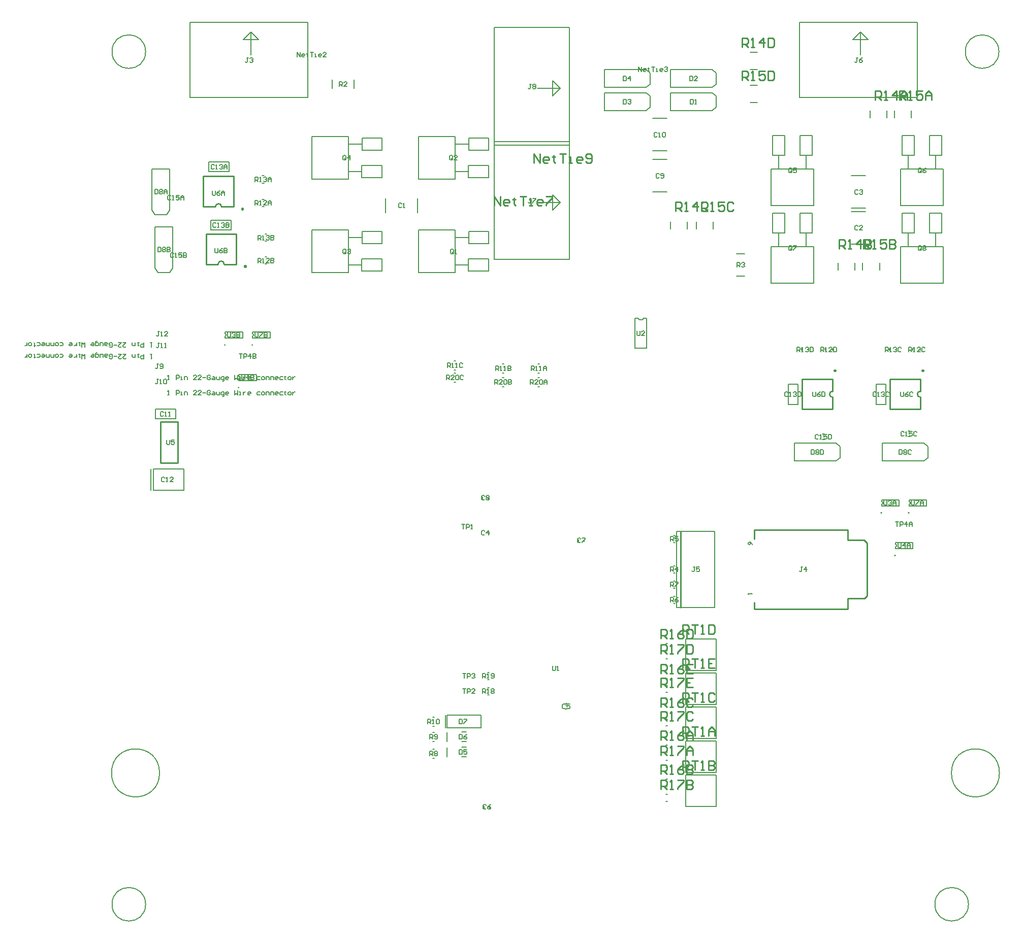
<source format=gto>
%FSLAX25Y25*%
%MOIN*%
G70*
G01*
G75*
G04 Layer_Color=65535*
%ADD10R,0.04500X0.05300*%
%ADD11R,0.05118X0.10630*%
%ADD12R,0.10630X0.05118*%
%ADD13O,0.00700X0.01400*%
%ADD14O,0.01400X0.00700*%
%ADD15R,0.01772X0.04134*%
%ADD16R,0.07000X0.03000*%
%ADD17C,0.04921*%
%ADD18R,0.03000X0.04100*%
%ADD19R,0.04100X0.03000*%
%ADD20R,0.06890X0.10433*%
%ADD21R,0.10433X0.06890*%
%ADD22R,0.06299X0.03150*%
%ADD23R,0.03000X0.07000*%
G04:AMPARAMS|DCode=24|XSize=43.31mil|YSize=39.37mil|CornerRadius=0mil|HoleSize=0mil|Usage=FLASHONLY|Rotation=0.000|XOffset=0mil|YOffset=0mil|HoleType=Round|Shape=RoundedRectangle|*
%AMROUNDEDRECTD24*
21,1,0.04331,0.03937,0,0,0.0*
21,1,0.04331,0.03937,0,0,0.0*
1,1,0.00000,0.02165,-0.01969*
1,1,0.00000,-0.02165,-0.01969*
1,1,0.00000,-0.02165,0.01969*
1,1,0.00000,0.02165,0.01969*
%
%ADD24ROUNDEDRECTD24*%
G04:AMPARAMS|DCode=25|XSize=118.11mil|YSize=61.02mil|CornerRadius=0mil|HoleSize=0mil|Usage=FLASHONLY|Rotation=90.000|XOffset=0mil|YOffset=0mil|HoleType=Round|Shape=RoundedRectangle|*
%AMROUNDEDRECTD25*
21,1,0.11811,0.06102,0,0,90.0*
21,1,0.11811,0.06102,0,0,90.0*
1,1,0.00000,0.03051,0.05906*
1,1,0.00000,0.03051,-0.05906*
1,1,0.00000,-0.03051,-0.05906*
1,1,0.00000,-0.03051,0.05906*
%
%ADD25ROUNDEDRECTD25*%
%ADD26R,0.09000X0.05000*%
%ADD27R,0.10000X0.15000*%
%ADD28R,0.10236X0.13976*%
%ADD29R,0.13976X0.10236*%
%ADD30R,0.07795X0.02087*%
G04:AMPARAMS|DCode=31|XSize=20.87mil|YSize=77.95mil|CornerRadius=0mil|HoleSize=0mil|Usage=FLASHONLY|Rotation=270.000|XOffset=0mil|YOffset=0mil|HoleType=Round|Shape=Octagon|*
%AMOCTAGOND31*
4,1,8,0.03898,0.00522,0.03898,-0.00522,0.03376,-0.01043,-0.03376,-0.01043,-0.03898,-0.00522,-0.03898,0.00522,-0.03376,0.01043,0.03376,0.01043,0.03898,0.00522,0.0*
%
%ADD31OCTAGOND31*%

%ADD32R,0.07874X0.21260*%
%ADD33R,0.10300X0.06200*%
%ADD34R,0.22000X0.21400*%
%ADD35R,0.10400X0.06200*%
%ADD36R,0.21260X0.07874*%
%ADD37R,0.06200X0.10300*%
%ADD38R,0.21400X0.22000*%
%ADD39R,0.06200X0.10400*%
%ADD40R,0.19685X0.02992*%
%ADD41R,0.17716X0.34646*%
%ADD42R,0.03150X0.06299*%
%ADD43R,0.05500X0.04500*%
%ADD44C,0.05000*%
%ADD45R,0.07800X0.07000*%
%ADD46R,0.07800X0.07000*%
%ADD47R,0.05906X0.05906*%
%ADD48R,0.05906X0.05906*%
G04:AMPARAMS|DCode=49|XSize=43.31mil|YSize=39.37mil|CornerRadius=0mil|HoleSize=0mil|Usage=FLASHONLY|Rotation=90.000|XOffset=0mil|YOffset=0mil|HoleType=Round|Shape=RoundedRectangle|*
%AMROUNDEDRECTD49*
21,1,0.04331,0.03937,0,0,90.0*
21,1,0.04331,0.03937,0,0,90.0*
1,1,0.00000,0.01969,0.02165*
1,1,0.00000,0.01969,-0.02165*
1,1,0.00000,-0.01969,-0.02165*
1,1,0.00000,-0.01969,0.02165*
%
%ADD49ROUNDEDRECTD49*%
%ADD50C,0.03500*%
%ADD51C,0.00787*%
%ADD52C,0.01000*%
%ADD53R,0.19000X0.12392*%
%ADD54R,0.22666X0.07400*%
%ADD55R,0.29000X0.26000*%
%ADD56R,0.48000X0.07000*%
%ADD57R,0.11000X0.11000*%
%ADD58R,0.24969X0.14000*%
%ADD59R,0.38642X0.24252*%
%ADD60C,0.15748*%
%ADD61C,0.11811*%
%ADD62C,0.09449*%
%ADD63C,0.33000*%
%ADD64C,0.05700*%
%ADD65R,0.07500X0.07500*%
%ADD66C,0.07500*%
%ADD67C,0.07874*%
%ADD68C,0.07677*%
%ADD69C,0.00600*%
%ADD70C,0.00800*%
%ADD71C,0.00787*%
%ADD72C,0.00500*%
%ADD73C,0.00700*%
D51*
X63800Y187864D02*
X73100D01*
X63800Y209136D02*
X73100D01*
X63800Y214864D02*
X73100D01*
X63800Y236136D02*
X73100D01*
X-90364Y174300D02*
Y183600D01*
X-111636Y174300D02*
Y183600D01*
X194300Y177164D02*
X203600D01*
X194300Y198436D02*
X203600D01*
X194300Y153664D02*
X203600D01*
X194300Y174936D02*
X203600D01*
D52*
X-217400Y140400D02*
G03*
X-221400Y140400I-2000J0D01*
G01*
X-217400D02*
G03*
X-221400Y140400I-2000J0D01*
G01*
X-219153Y178100D02*
G03*
X-223153Y178100I-2000J0D01*
G01*
X-219153D02*
G03*
X-223153Y178100I-2000J0D01*
G01*
X239535Y57000D02*
G03*
X239535Y53000I0J-2000D01*
G01*
Y57000D02*
G03*
X239535Y53000I0J-2000D01*
G01*
X181900Y57000D02*
G03*
X181900Y53000I0J-2000D01*
G01*
Y57000D02*
G03*
X181900Y53000I0J-2000D01*
G01*
X-217400Y140400D02*
X-209500D01*
X-229300D02*
Y160400D01*
X-209500D01*
Y140400D02*
Y160400D01*
X-229300Y140400D02*
X-221400D01*
X-217400D02*
X-209500D01*
X-229300D02*
Y160400D01*
X-209500D01*
Y140400D02*
Y160400D01*
X-229300Y140400D02*
X-221400D01*
X-219153Y178100D02*
X-211253D01*
X-231053D02*
Y198100D01*
X-211253D01*
Y178100D02*
Y198100D01*
X-231053Y178100D02*
X-223153D01*
X-219153D02*
X-211253D01*
X-231053D02*
Y198100D01*
X-211253D01*
Y178100D02*
Y198100D01*
X-231053Y178100D02*
X-223153D01*
X239535Y57000D02*
Y64900D01*
X219535Y45100D02*
X239535D01*
X219535D02*
Y64900D01*
X239535D01*
Y45100D02*
Y53000D01*
Y57000D02*
Y64900D01*
X219535Y45100D02*
X239535D01*
X219535D02*
Y64900D01*
X239535D01*
Y45100D02*
Y53000D01*
X-259350Y37000D02*
X-247850D01*
X-259350Y10000D02*
Y37000D01*
Y10000D02*
X-247850D01*
Y37000D01*
X82000Y-85000D02*
Y-35000D01*
X130405Y-40000D02*
Y-33996D01*
X130504Y-86004D02*
Y-81800D01*
X204421Y-60000D02*
Y-42776D01*
X130494Y-33996D02*
X191685D01*
Y-40905D02*
Y-33996D01*
Y-40905D02*
X202551D01*
X204421Y-42776D01*
X130514Y-86004D02*
X191685D01*
X204421Y-77323D02*
Y-60000D01*
X191685Y-79094D02*
X202650D01*
X204421Y-77323D01*
X191685Y-86004D02*
Y-79094D01*
X181900Y57000D02*
Y64900D01*
X161900Y45100D02*
X181900D01*
X161900D02*
Y64900D01*
X181900D01*
Y45100D02*
Y53000D01*
Y57000D02*
Y64900D01*
X161900Y45100D02*
X181900D01*
X161900D02*
Y64900D01*
X181900D01*
Y45100D02*
Y53000D01*
X209727Y248300D02*
Y254298D01*
X212726D01*
X213725Y253298D01*
Y251299D01*
X212726Y250299D01*
X209727D01*
X211726D02*
X213725Y248300D01*
X215725D02*
X217724D01*
X216724D01*
Y254298D01*
X215725Y253298D01*
X223722Y248300D02*
Y254298D01*
X220723Y251299D01*
X224722D01*
X226721Y248300D02*
Y252299D01*
X228720Y254298D01*
X230720Y252299D01*
Y248300D01*
Y251299D01*
X226721D01*
X225650Y248250D02*
Y254248D01*
X228649D01*
X229649Y253248D01*
Y251249D01*
X228649Y250249D01*
X225650D01*
X227649D02*
X229649Y248250D01*
X231648D02*
X233647D01*
X232648D01*
Y254248D01*
X231648Y253248D01*
X240645Y254248D02*
X236646D01*
Y251249D01*
X238646Y252249D01*
X239646D01*
X240645Y251249D01*
Y249250D01*
X239646Y248250D01*
X237646D01*
X236646Y249250D01*
X242645Y248250D02*
Y252249D01*
X244644Y254248D01*
X246643Y252249D01*
Y248250D01*
Y251249D01*
X242645D01*
X122427Y261100D02*
Y267098D01*
X125426D01*
X126425Y266098D01*
Y264099D01*
X125426Y263099D01*
X122427D01*
X124426D02*
X126425Y261100D01*
X128425D02*
X130424D01*
X129424D01*
Y267098D01*
X128425Y266098D01*
X137422Y267098D02*
X133423D01*
Y264099D01*
X135423Y265099D01*
X136422D01*
X137422Y264099D01*
Y262100D01*
X136422Y261100D01*
X134423D01*
X133423Y262100D01*
X139421Y267098D02*
Y261100D01*
X142420D01*
X143420Y262100D01*
Y266098D01*
X142420Y267098D01*
X139421D01*
X95727Y175300D02*
Y181298D01*
X98726D01*
X99725Y180298D01*
Y178299D01*
X98726Y177299D01*
X95727D01*
X97726D02*
X99725Y175300D01*
X101725D02*
X103724D01*
X102724D01*
Y181298D01*
X101725Y180298D01*
X110722Y181298D02*
X106723D01*
Y178299D01*
X108722Y179299D01*
X109722D01*
X110722Y178299D01*
Y176300D01*
X109722Y175300D01*
X107723D01*
X106723Y176300D01*
X116720Y180298D02*
X115720Y181298D01*
X113721D01*
X112721Y180298D01*
Y176300D01*
X113721Y175300D01*
X115720D01*
X116720Y176300D01*
X202209Y150700D02*
Y156698D01*
X205208D01*
X206208Y155698D01*
Y153699D01*
X205208Y152699D01*
X202209D01*
X204209D02*
X206208Y150700D01*
X208207D02*
X210207D01*
X209207D01*
Y156698D01*
X208207Y155698D01*
X217204Y156698D02*
X213206D01*
Y153699D01*
X215205Y154699D01*
X216205D01*
X217204Y153699D01*
Y151700D01*
X216205Y150700D01*
X214206D01*
X213206Y151700D01*
X219204Y156698D02*
Y150700D01*
X222203D01*
X223203Y151700D01*
Y152699D01*
X222203Y153699D01*
X219204D01*
X222203D01*
X223203Y154699D01*
Y155698D01*
X222203Y156698D01*
X219204D01*
X122427Y282900D02*
Y288898D01*
X125426D01*
X126425Y287898D01*
Y285899D01*
X125426Y284899D01*
X122427D01*
X124426D02*
X126425Y282900D01*
X128425D02*
X130424D01*
X129424D01*
Y288898D01*
X128425Y287898D01*
X136422Y282900D02*
Y288898D01*
X133423Y285899D01*
X137422D01*
X139421Y288898D02*
Y282900D01*
X142420D01*
X143420Y283900D01*
Y287898D01*
X142420Y288898D01*
X139421D01*
X78727Y175303D02*
Y181301D01*
X81726D01*
X82725Y180301D01*
Y178302D01*
X81726Y177302D01*
X78727D01*
X80726D02*
X82725Y175303D01*
X84725D02*
X86724D01*
X85724D01*
Y181301D01*
X84725Y180301D01*
X92722Y175303D02*
Y181301D01*
X89723Y178302D01*
X93722D01*
X99720Y180301D02*
X98720Y181301D01*
X96721D01*
X95721Y180301D01*
Y176303D01*
X96721Y175303D01*
X98720D01*
X99720Y176303D01*
X186044Y150600D02*
Y156598D01*
X189043D01*
X190043Y155598D01*
Y153599D01*
X189043Y152599D01*
X186044D01*
X188043D02*
X190043Y150600D01*
X192042D02*
X194041D01*
X193042D01*
Y156598D01*
X192042Y155598D01*
X200040Y150600D02*
Y156598D01*
X197040Y153599D01*
X201039D01*
X203039Y156598D02*
Y150600D01*
X206037D01*
X207037Y151600D01*
Y152599D01*
X206037Y153599D01*
X203039D01*
X206037D01*
X207037Y154599D01*
Y155598D01*
X206037Y156598D01*
X203039D01*
X-40350Y179050D02*
Y185048D01*
X-36351Y179050D01*
Y185048D01*
X-31353Y179050D02*
X-33352D01*
X-34352Y180050D01*
Y182049D01*
X-33352Y183049D01*
X-31353D01*
X-30353Y182049D01*
Y181049D01*
X-34352D01*
X-27354Y184048D02*
Y183049D01*
X-28354D01*
X-26355D01*
X-27354D01*
Y180050D01*
X-26355Y179050D01*
X-23356Y185048D02*
X-19357D01*
X-21356D01*
Y179050D01*
X-17357D02*
X-15358D01*
X-16358D01*
Y183049D01*
X-17357D01*
X-9360Y179050D02*
X-11359D01*
X-12359Y180050D01*
Y182049D01*
X-11359Y183049D01*
X-9360D01*
X-8360Y182049D01*
Y181049D01*
X-12359D01*
X-6361Y185048D02*
X-2362D01*
Y184048D01*
X-6361Y180050D01*
Y179050D01*
X-14350Y207050D02*
Y213048D01*
X-10351Y207050D01*
Y213048D01*
X-5353Y207050D02*
X-7352D01*
X-8352Y208050D01*
Y210049D01*
X-7352Y211049D01*
X-5353D01*
X-4353Y210049D01*
Y209049D01*
X-8352D01*
X-1354Y212048D02*
Y211049D01*
X-2354D01*
X-354D01*
X-1354D01*
Y208050D01*
X-354Y207050D01*
X2644Y213048D02*
X6643D01*
X4644D01*
Y207050D01*
X8643D02*
X10642D01*
X9642D01*
Y211049D01*
X8643D01*
X16640Y207050D02*
X14641D01*
X13641Y208050D01*
Y210049D01*
X14641Y211049D01*
X16640D01*
X17640Y210049D01*
Y209049D01*
X13641D01*
X19639Y208050D02*
X20639Y207050D01*
X22638D01*
X23638Y208050D01*
Y212048D01*
X22638Y213048D01*
X20639D01*
X19639Y212048D01*
Y211049D01*
X20639Y210049D01*
X23638D01*
X69227Y-172100D02*
Y-166102D01*
X72226D01*
X73225Y-167102D01*
Y-169101D01*
X72226Y-170101D01*
X69227D01*
X71226D02*
X73225Y-172100D01*
X75225D02*
X77224D01*
X76224D01*
Y-166102D01*
X75225Y-167102D01*
X84222Y-166102D02*
X82222Y-167102D01*
X80223Y-169101D01*
Y-171100D01*
X81223Y-172100D01*
X83222D01*
X84222Y-171100D01*
Y-170101D01*
X83222Y-169101D01*
X80223D01*
X86221Y-172100D02*
Y-168101D01*
X88221Y-166102D01*
X90220Y-168101D01*
Y-172100D01*
Y-169101D01*
X86221D01*
X69227Y-194300D02*
Y-188302D01*
X72226D01*
X73225Y-189302D01*
Y-191301D01*
X72226Y-192301D01*
X69227D01*
X71226D02*
X73225Y-194300D01*
X75225D02*
X77224D01*
X76224D01*
Y-188302D01*
X75225Y-189302D01*
X84222Y-188302D02*
X82222Y-189302D01*
X80223Y-191301D01*
Y-193300D01*
X81223Y-194300D01*
X83222D01*
X84222Y-193300D01*
Y-192301D01*
X83222Y-191301D01*
X80223D01*
X86221Y-188302D02*
Y-194300D01*
X89220D01*
X90220Y-193300D01*
Y-192301D01*
X89220Y-191301D01*
X86221D01*
X89220D01*
X90220Y-190301D01*
Y-189302D01*
X89220Y-188302D01*
X86221D01*
X69227Y-150300D02*
Y-144302D01*
X72226D01*
X73225Y-145302D01*
Y-147301D01*
X72226Y-148301D01*
X69227D01*
X71226D02*
X73225Y-150300D01*
X75225D02*
X77224D01*
X76224D01*
Y-144302D01*
X75225Y-145302D01*
X84222Y-144302D02*
X82222Y-145302D01*
X80223Y-147301D01*
Y-149300D01*
X81223Y-150300D01*
X83222D01*
X84222Y-149300D01*
Y-148301D01*
X83222Y-147301D01*
X80223D01*
X90220Y-145302D02*
X89220Y-144302D01*
X87221D01*
X86221Y-145302D01*
Y-149300D01*
X87221Y-150300D01*
X89220D01*
X90220Y-149300D01*
X69227Y-105300D02*
Y-99302D01*
X72226D01*
X73225Y-100302D01*
Y-102301D01*
X72226Y-103301D01*
X69227D01*
X71226D02*
X73225Y-105300D01*
X75225D02*
X77224D01*
X76224D01*
Y-99302D01*
X75225Y-100302D01*
X84222Y-99302D02*
X82222Y-100302D01*
X80223Y-102301D01*
Y-104300D01*
X81223Y-105300D01*
X83222D01*
X84222Y-104300D01*
Y-103301D01*
X83222Y-102301D01*
X80223D01*
X86221Y-99302D02*
Y-105300D01*
X89220D01*
X90220Y-104300D01*
Y-100302D01*
X89220Y-99302D01*
X86221D01*
X69227Y-128300D02*
Y-122302D01*
X72226D01*
X73225Y-123302D01*
Y-125301D01*
X72226Y-126301D01*
X69227D01*
X71226D02*
X73225Y-128300D01*
X75225D02*
X77224D01*
X76224D01*
Y-122302D01*
X75225Y-123302D01*
X84222Y-122302D02*
X82222Y-123302D01*
X80223Y-125301D01*
Y-127300D01*
X81223Y-128300D01*
X83222D01*
X84222Y-127300D01*
Y-126301D01*
X83222Y-125301D01*
X80223D01*
X90220Y-122302D02*
X86221D01*
Y-128300D01*
X90220D01*
X86221Y-125301D02*
X88221D01*
X69227Y-182100D02*
Y-176102D01*
X72226D01*
X73225Y-177102D01*
Y-179101D01*
X72226Y-180101D01*
X69227D01*
X71226D02*
X73225Y-182100D01*
X75225D02*
X77224D01*
X76224D01*
Y-176102D01*
X75225Y-177102D01*
X80223Y-176102D02*
X84222D01*
Y-177102D01*
X80223Y-181100D01*
Y-182100D01*
X86221D02*
Y-178101D01*
X88221Y-176102D01*
X90220Y-178101D01*
Y-182100D01*
Y-179101D01*
X86221D01*
X69227Y-204300D02*
Y-198302D01*
X72226D01*
X73225Y-199302D01*
Y-201301D01*
X72226Y-202301D01*
X69227D01*
X71226D02*
X73225Y-204300D01*
X75225D02*
X77224D01*
X76224D01*
Y-198302D01*
X75225Y-199302D01*
X80223Y-198302D02*
X84222D01*
Y-199302D01*
X80223Y-203300D01*
Y-204300D01*
X86221Y-198302D02*
Y-204300D01*
X89220D01*
X90220Y-203300D01*
Y-202301D01*
X89220Y-201301D01*
X86221D01*
X89220D01*
X90220Y-200301D01*
Y-199302D01*
X89220Y-198302D01*
X86221D01*
X69230Y-159300D02*
Y-153302D01*
X72229D01*
X73229Y-154302D01*
Y-156301D01*
X72229Y-157301D01*
X69230D01*
X71229D02*
X73229Y-159300D01*
X75228D02*
X77227D01*
X76228D01*
Y-153302D01*
X75228Y-154302D01*
X80226Y-153302D02*
X84225D01*
Y-154302D01*
X80226Y-158300D01*
Y-159300D01*
X90223Y-154302D02*
X89223Y-153302D01*
X87224D01*
X86224Y-154302D01*
Y-158300D01*
X87224Y-159300D01*
X89223D01*
X90223Y-158300D01*
X69227Y-115300D02*
Y-109302D01*
X72226D01*
X73225Y-110302D01*
Y-112301D01*
X72226Y-113301D01*
X69227D01*
X71226D02*
X73225Y-115300D01*
X75225D02*
X77224D01*
X76224D01*
Y-109302D01*
X75225Y-110302D01*
X80223Y-109302D02*
X84222D01*
Y-110302D01*
X80223Y-114300D01*
Y-115300D01*
X86221Y-109302D02*
Y-115300D01*
X89220D01*
X90220Y-114300D01*
Y-110302D01*
X89220Y-109302D01*
X86221D01*
X69227Y-137300D02*
Y-131302D01*
X72226D01*
X73225Y-132302D01*
Y-134301D01*
X72226Y-135301D01*
X69227D01*
X71226D02*
X73225Y-137300D01*
X75225D02*
X77224D01*
X76224D01*
Y-131302D01*
X75225Y-132302D01*
X80223Y-131302D02*
X84222D01*
Y-132302D01*
X80223Y-136300D01*
Y-137300D01*
X90220Y-131302D02*
X86221D01*
Y-137300D01*
X90220D01*
X86221Y-134301D02*
X88221D01*
X83500Y-169350D02*
Y-163352D01*
X86499D01*
X87499Y-164352D01*
Y-166351D01*
X86499Y-167351D01*
X83500D01*
X85499D02*
X87499Y-169350D01*
X89498Y-163352D02*
X93497D01*
X91497D01*
Y-169350D01*
X95496D02*
X97496D01*
X96496D01*
Y-163352D01*
X95496Y-164352D01*
X100495Y-169350D02*
Y-165351D01*
X102494Y-163352D01*
X104493Y-165351D01*
Y-169350D01*
Y-166351D01*
X100495D01*
X83500Y-191650D02*
Y-185652D01*
X86499D01*
X87499Y-186652D01*
Y-188651D01*
X86499Y-189651D01*
X83500D01*
X85499D02*
X87499Y-191650D01*
X89498Y-185652D02*
X93497D01*
X91497D01*
Y-191650D01*
X95496D02*
X97496D01*
X96496D01*
Y-185652D01*
X95496Y-186652D01*
X100495Y-185652D02*
Y-191650D01*
X103493D01*
X104493Y-190650D01*
Y-189651D01*
X103493Y-188651D01*
X100495D01*
X103493D01*
X104493Y-187651D01*
Y-186652D01*
X103493Y-185652D01*
X100495D01*
X83500Y-147050D02*
Y-141052D01*
X86499D01*
X87499Y-142052D01*
Y-144051D01*
X86499Y-145051D01*
X83500D01*
X85499D02*
X87499Y-147050D01*
X89498Y-141052D02*
X93497D01*
X91497D01*
Y-147050D01*
X95496D02*
X97496D01*
X96496D01*
Y-141052D01*
X95496Y-142052D01*
X104493D02*
X103493Y-141052D01*
X101494D01*
X100495Y-142052D01*
Y-146050D01*
X101494Y-147050D01*
X103493D01*
X104493Y-146050D01*
X83500Y-102450D02*
Y-96452D01*
X86499D01*
X87499Y-97452D01*
Y-99451D01*
X86499Y-100451D01*
X83500D01*
X85499D02*
X87499Y-102450D01*
X89498Y-96452D02*
X93497D01*
X91497D01*
Y-102450D01*
X95496D02*
X97496D01*
X96496D01*
Y-96452D01*
X95496Y-97452D01*
X100495Y-96452D02*
Y-102450D01*
X103493D01*
X104493Y-101450D01*
Y-97452D01*
X103493Y-96452D01*
X100495D01*
X83500Y-124750D02*
Y-118752D01*
X86499D01*
X87499Y-119752D01*
Y-121751D01*
X86499Y-122751D01*
X83500D01*
X85499D02*
X87499Y-124750D01*
X89498Y-118752D02*
X93497D01*
X91497D01*
Y-124750D01*
X95496D02*
X97496D01*
X96496D01*
Y-118752D01*
X95496Y-119752D01*
X104493Y-118752D02*
X100495D01*
Y-124750D01*
X104493D01*
X100495Y-121751D02*
X102494D01*
X-203357Y138589D02*
X-204190D01*
Y139422D01*
X-203357D01*
Y138589D01*
X-205110Y176289D02*
X-205943D01*
Y177122D01*
X-205110D01*
Y176289D01*
X241347Y71043D02*
Y70210D01*
X240513D01*
Y71043D01*
X241347D01*
X183711Y71043D02*
Y70210D01*
X182878D01*
Y71043D01*
X183711D01*
D69*
X-216600Y87300D02*
G03*
X-216600Y87300I-300J0D01*
G01*
X-198600D02*
G03*
X-198600Y87300I-300J0D01*
G01*
X232140Y-23015D02*
G03*
X232140Y-23015I-300J0D01*
G01*
X214140D02*
G03*
X214140Y-23015I-300J0D01*
G01*
X-207600Y59300D02*
G03*
X-207600Y59300I-300J0D01*
G01*
X223140Y-51015D02*
G03*
X223140Y-51015I-300J0D01*
G01*
X-259842Y-193701D02*
G03*
X-259842Y-193701I-15748J0D01*
G01*
X291339D02*
G03*
X291339Y-193701I-15748J0D01*
G01*
X291024Y280000D02*
G03*
X291024Y280000I-11024J0D01*
G01*
X-268976D02*
G03*
X-268976Y280000I-11024J0D01*
G01*
X271024Y-280000D02*
G03*
X271024Y-280000I-11024J0D01*
G01*
X-268976D02*
G03*
X-268976Y-280000I-11024J0D01*
G01*
X-66600Y69000D02*
X-65400D01*
X-66600Y63000D02*
X-65400D01*
X-34953Y66000D02*
X-33753D01*
X-34953Y60000D02*
X-33753D01*
X-11600Y66000D02*
X-10400D01*
X-11600Y60000D02*
X-10400D01*
X-66600Y71000D02*
X-65400D01*
X-66600Y77000D02*
X-65400D01*
X-34953Y69000D02*
X-33753D01*
X-34953Y75000D02*
X-33753D01*
X-11600Y69000D02*
X-10400D01*
X-11600Y75000D02*
X-10400D01*
X127696Y246600D02*
X132396D01*
X127696Y257800D02*
X132396D01*
X92400Y163700D02*
Y168400D01*
X103600Y163700D02*
Y168400D01*
X201483Y136700D02*
Y141400D01*
X212683Y136700D02*
Y141400D01*
X233600Y236600D02*
Y241300D01*
X222400Y236600D02*
Y241300D01*
X127700Y279600D02*
X132400D01*
X127700Y268400D02*
X132400D01*
X86600Y163600D02*
Y168300D01*
X75400Y163600D02*
Y168300D01*
X196517Y136600D02*
Y141300D01*
X185317Y136600D02*
Y141300D01*
X206400Y236700D02*
Y241400D01*
X217600Y236700D02*
Y241400D01*
X-216749Y95000D02*
Y96000D01*
Y95000D02*
X-216100Y94351D01*
X-216749Y92000D02*
Y93000D01*
X-216100Y93649D01*
Y94351D01*
X-216749Y92000D02*
X-205249D01*
Y96000D01*
X-216749D02*
X-205249D01*
X-198749Y95000D02*
Y96000D01*
Y95000D02*
X-198100Y94351D01*
X-198749Y92000D02*
Y93000D01*
X-198100Y93649D01*
Y94351D01*
X-198749Y92000D02*
X-187249D01*
Y96000D01*
X-198749D02*
X-187249D01*
X231991Y-15315D02*
Y-14315D01*
Y-15315D02*
X232640Y-15964D01*
X231991Y-18315D02*
Y-17315D01*
X232640Y-16666D01*
Y-15964D01*
X231991Y-18315D02*
X243491D01*
Y-14315D01*
X231991D02*
X243491D01*
X213991Y-15315D02*
Y-14315D01*
Y-15315D02*
X214640Y-15964D01*
X213991Y-18315D02*
Y-17315D01*
X214640Y-16666D01*
Y-15964D01*
X213991Y-18315D02*
X225491D01*
Y-14315D01*
X213991D02*
X225491D01*
X-207749Y67000D02*
Y68000D01*
Y67000D02*
X-207100Y66351D01*
X-207749Y64000D02*
Y65000D01*
X-207100Y65649D01*
Y66351D01*
X-207749Y64000D02*
X-196249D01*
Y68000D01*
X-207749D02*
X-196249D01*
X222991Y-43315D02*
Y-42315D01*
Y-43315D02*
X223640Y-43964D01*
X222991Y-46315D02*
Y-45315D01*
X223640Y-44666D01*
Y-43964D01*
X222991Y-46315D02*
X234491D01*
Y-42315D01*
X222991D02*
X234491D01*
X-192407Y178200D02*
X-191207D01*
X-192407Y183000D02*
X-191207D01*
X-247354Y183500D02*
Y184700D01*
X-250853Y183500D02*
Y184700D01*
X231400Y30800D02*
X232600D01*
X231400Y27300D02*
X232600D01*
X239435Y83746D02*
Y84947D01*
X234635Y83746D02*
Y84947D01*
X-192407Y193700D02*
X-191207D01*
X-192407Y198500D02*
X-191207D01*
X223935Y83746D02*
Y84947D01*
X219135Y83746D02*
Y84947D01*
X118700Y132700D02*
X124212D01*
X118700Y147300D02*
X124212D01*
X-146670Y255950D02*
Y261461D01*
X-132070Y255950D02*
Y261461D01*
X57968Y104842D02*
X59937D01*
X56984Y103858D02*
X57968Y104842D01*
X52063D02*
X54031D01*
X55016Y103858D01*
X56984D01*
X59937Y85158D02*
Y104842D01*
X52063Y85158D02*
X59937D01*
X52063D02*
Y104842D01*
X77400Y-67600D02*
X78600D01*
X77400Y-72400D02*
X78600D01*
X77400Y-77600D02*
X78600D01*
X77400Y-82400D02*
X78600D01*
X77400Y-37600D02*
X78600D01*
X77400Y-42400D02*
X78600D01*
X77400Y-62400D02*
X78600D01*
X77400Y-57600D02*
X78600D01*
X-44600Y-127600D02*
X-43400D01*
X-44600Y-132400D02*
X-43400D01*
X-44600Y-137600D02*
X-43400D01*
X-44600Y-142400D02*
X-43400D01*
X6400Y-148200D02*
X7600D01*
X6400Y-151700D02*
X7600D01*
X-43200Y-216600D02*
Y-215400D01*
X-46700Y-216600D02*
Y-215400D01*
X18800Y-41600D02*
Y-40400D01*
X15300Y-41600D02*
Y-40400D01*
X-44200Y-13600D02*
Y-12400D01*
X-47700Y-13600D02*
Y-12400D01*
X-48400Y-36600D02*
Y-35400D01*
X-43600Y-36600D02*
Y-35400D01*
X-80600Y-184000D02*
X-79400D01*
X-80600Y-178000D02*
X-79400D01*
X-80600Y-173000D02*
X-79400D01*
X-80600Y-167000D02*
X-79400D01*
X-80600Y-163000D02*
X-79400D01*
X-80600Y-157000D02*
X-79400D01*
X-61400Y-176800D02*
X-58600D01*
X-61400Y-183200D02*
X-58600D01*
X-61400Y-166800D02*
X-58600D01*
X-61400Y-173200D02*
X-58600D01*
X-72300Y-164200D02*
Y-155800D01*
X-48900Y-164200D02*
Y-155800D01*
X-71100Y-164200D02*
X-48900D01*
X-71100D02*
Y-155800D01*
X-48900D01*
X-190654Y155500D02*
X-189453D01*
X-190654Y160300D02*
X-189453D01*
X-190654Y140500D02*
X-189453D01*
X-190654Y145300D02*
X-189453D01*
X-245600Y145800D02*
Y147000D01*
X-249100Y145800D02*
Y147000D01*
X166300Y83746D02*
Y84947D01*
X161500Y83746D02*
Y84947D01*
X181800Y83746D02*
Y84947D01*
X177000Y83746D02*
Y84947D01*
X175300Y28800D02*
X176500D01*
X175300Y25300D02*
X176500D01*
X72400Y-185400D02*
X73600D01*
X72400Y-190200D02*
X73600D01*
X72400Y-180200D02*
X73600D01*
X72400Y-175400D02*
X73600D01*
X72400Y-207600D02*
X73600D01*
X72400Y-212400D02*
X73600D01*
X72400Y-202400D02*
X73600D01*
X72400Y-197600D02*
X73600D01*
X72400Y-162600D02*
X73600D01*
X72400Y-167400D02*
X73600D01*
X72400Y-158400D02*
X73600D01*
X72400Y-153600D02*
X73600D01*
X72400Y-118600D02*
X73600D01*
X72400Y-123400D02*
X73600D01*
X72400Y-113400D02*
X73600D01*
X72400Y-108600D02*
X73600D01*
X72400Y-140600D02*
X73600D01*
X72400Y-145400D02*
X73600D01*
X72400Y-136400D02*
X73600D01*
X72400Y-131600D02*
X73600D01*
X-259874Y96099D02*
X-260874D01*
X-260374D01*
Y93600D01*
X-260874Y93100D01*
X-261373D01*
X-261873Y93600D01*
X-258874Y93100D02*
X-257875D01*
X-258375D01*
Y96099D01*
X-258874Y95599D01*
X-254376Y93100D02*
X-256375D01*
X-254376Y95099D01*
Y95599D01*
X-254876Y96099D01*
X-255875D01*
X-256375Y95599D01*
X-264750Y88749D02*
X-265750D01*
X-265250D01*
Y85751D01*
X-264750Y86250D01*
X-270248Y88749D02*
Y85751D01*
X-271748D01*
X-272247Y86250D01*
Y87250D01*
X-271748Y87750D01*
X-270248D01*
X-273247Y88749D02*
X-274247D01*
X-273747D01*
Y86750D01*
X-273247D01*
X-275746Y88749D02*
Y86750D01*
X-277246D01*
X-277746Y87250D01*
Y88749D01*
X-283744D02*
X-281744D01*
X-283744Y86750D01*
Y86250D01*
X-283244Y85751D01*
X-282244D01*
X-281744Y86250D01*
X-286743Y88749D02*
X-284743D01*
X-286743Y86750D01*
Y86250D01*
X-286243Y85751D01*
X-285243D01*
X-284743Y86250D01*
X-287742Y87250D02*
X-289742D01*
X-292741Y86250D02*
X-292241Y85751D01*
X-291241D01*
X-290741Y86250D01*
Y88250D01*
X-291241Y88749D01*
X-292241D01*
X-292741Y88250D01*
Y87250D01*
X-291741D01*
X-294240Y86750D02*
X-295240D01*
X-295740Y87250D01*
Y88749D01*
X-294240D01*
X-293741Y88250D01*
X-294240Y87750D01*
X-295740D01*
X-296740Y86750D02*
Y88250D01*
X-297239Y88749D01*
X-298739D01*
Y86750D01*
X-300738Y89749D02*
X-301238D01*
X-301738Y89249D01*
Y86750D01*
X-300238D01*
X-299739Y87250D01*
Y88250D01*
X-300238Y88749D01*
X-301738D01*
X-304237D02*
X-303237D01*
X-302737Y88250D01*
Y87250D01*
X-303237Y86750D01*
X-304237D01*
X-304737Y87250D01*
Y87750D01*
X-302737D01*
X-308736Y85751D02*
Y88749D01*
X-309735Y87750D01*
X-310735Y88749D01*
Y85751D01*
X-311735Y88749D02*
X-312734D01*
X-312234D01*
Y86750D01*
X-311735D01*
X-314234D02*
Y88749D01*
Y87750D01*
X-314734Y87250D01*
X-315233Y86750D01*
X-315733D01*
X-318732Y88749D02*
X-317733D01*
X-317233Y88250D01*
Y87250D01*
X-317733Y86750D01*
X-318732D01*
X-319232Y87250D01*
Y87750D01*
X-317233D01*
X-325230Y86750D02*
X-323731D01*
X-323231Y87250D01*
Y88250D01*
X-323731Y88749D01*
X-325230D01*
X-326730D02*
X-327730D01*
X-328229Y88250D01*
Y87250D01*
X-327730Y86750D01*
X-326730D01*
X-326230Y87250D01*
Y88250D01*
X-326730Y88749D01*
X-329229D02*
Y86750D01*
X-330729D01*
X-331228Y87250D01*
Y88749D01*
X-332228D02*
Y86750D01*
X-333728D01*
X-334227Y87250D01*
Y88749D01*
X-336726D02*
X-335727D01*
X-335227Y88250D01*
Y87250D01*
X-335727Y86750D01*
X-336726D01*
X-337226Y87250D01*
Y87750D01*
X-335227D01*
X-340225Y86750D02*
X-338726D01*
X-338226Y87250D01*
Y88250D01*
X-338726Y88749D01*
X-340225D01*
X-341725Y86250D02*
Y86750D01*
X-341225D01*
X-342225D01*
X-341725D01*
Y88250D01*
X-342225Y88749D01*
X-344224D02*
X-345224D01*
X-345724Y88250D01*
Y87250D01*
X-345224Y86750D01*
X-344224D01*
X-343724Y87250D01*
Y88250D01*
X-344224Y88749D01*
X-346723Y86750D02*
Y88749D01*
Y87750D01*
X-347223Y87250D01*
X-347723Y86750D01*
X-348223D01*
X-259874Y88599D02*
X-260874D01*
X-260374D01*
Y86100D01*
X-260874Y85600D01*
X-261373D01*
X-261873Y86100D01*
X-258874Y85600D02*
X-257875D01*
X-258375D01*
Y88599D01*
X-258874Y88099D01*
X-256375Y85600D02*
X-255375D01*
X-255875D01*
Y88599D01*
X-256375Y88099D01*
X-264750Y81249D02*
X-265750D01*
X-265250D01*
Y78250D01*
X-264750Y78750D01*
X-270248Y81249D02*
Y78250D01*
X-271748D01*
X-272247Y78750D01*
Y79750D01*
X-271748Y80250D01*
X-270248D01*
X-273247Y81249D02*
X-274247D01*
X-273747D01*
Y79250D01*
X-273247D01*
X-275746Y81249D02*
Y79250D01*
X-277246D01*
X-277746Y79750D01*
Y81249D01*
X-283744D02*
X-281744D01*
X-283744Y79250D01*
Y78750D01*
X-283244Y78250D01*
X-282244D01*
X-281744Y78750D01*
X-286743Y81249D02*
X-284743D01*
X-286743Y79250D01*
Y78750D01*
X-286243Y78250D01*
X-285243D01*
X-284743Y78750D01*
X-287742Y79750D02*
X-289742D01*
X-292741Y78750D02*
X-292241Y78250D01*
X-291241D01*
X-290741Y78750D01*
Y80750D01*
X-291241Y81249D01*
X-292241D01*
X-292741Y80750D01*
Y79750D01*
X-291741D01*
X-294240Y79250D02*
X-295240D01*
X-295740Y79750D01*
Y81249D01*
X-294240D01*
X-293741Y80750D01*
X-294240Y80250D01*
X-295740D01*
X-296740Y79250D02*
Y80750D01*
X-297239Y81249D01*
X-298739D01*
Y79250D01*
X-300738Y82249D02*
X-301238D01*
X-301738Y81749D01*
Y79250D01*
X-300238D01*
X-299739Y79750D01*
Y80750D01*
X-300238Y81249D01*
X-301738D01*
X-304237D02*
X-303237D01*
X-302737Y80750D01*
Y79750D01*
X-303237Y79250D01*
X-304237D01*
X-304737Y79750D01*
Y80250D01*
X-302737D01*
X-308736Y78250D02*
Y81249D01*
X-309735Y80250D01*
X-310735Y81249D01*
Y78250D01*
X-311735Y81249D02*
X-312734D01*
X-312234D01*
Y79250D01*
X-311735D01*
X-314234D02*
Y81249D01*
Y80250D01*
X-314734Y79750D01*
X-315233Y79250D01*
X-315733D01*
X-318732Y81249D02*
X-317733D01*
X-317233Y80750D01*
Y79750D01*
X-317733Y79250D01*
X-318732D01*
X-319232Y79750D01*
Y80250D01*
X-317233D01*
X-325230Y79250D02*
X-323731D01*
X-323231Y79750D01*
Y80750D01*
X-323731Y81249D01*
X-325230D01*
X-326730D02*
X-327730D01*
X-328229Y80750D01*
Y79750D01*
X-327730Y79250D01*
X-326730D01*
X-326230Y79750D01*
Y80750D01*
X-326730Y81249D01*
X-329229D02*
Y79250D01*
X-330729D01*
X-331228Y79750D01*
Y81249D01*
X-332228D02*
Y79250D01*
X-333728D01*
X-334227Y79750D01*
Y81249D01*
X-336726D02*
X-335727D01*
X-335227Y80750D01*
Y79750D01*
X-335727Y79250D01*
X-336726D01*
X-337226Y79750D01*
Y80250D01*
X-335227D01*
X-340225Y79250D02*
X-338726D01*
X-338226Y79750D01*
Y80750D01*
X-338726Y81249D01*
X-340225D01*
X-341725Y78750D02*
Y79250D01*
X-341225D01*
X-342225D01*
X-341725D01*
Y80750D01*
X-342225Y81249D01*
X-344224D02*
X-345224D01*
X-345724Y80750D01*
Y79750D01*
X-345224Y79250D01*
X-344224D01*
X-343724Y79750D01*
Y80750D01*
X-344224Y81249D01*
X-346723Y79250D02*
Y81249D01*
Y80250D01*
X-347223Y79750D01*
X-347723Y79250D01*
X-348223D01*
X-260624Y64835D02*
X-261624D01*
X-261124D01*
Y62336D01*
X-261624Y61836D01*
X-262123D01*
X-262623Y62336D01*
X-259624Y61836D02*
X-258625D01*
X-259124D01*
Y64835D01*
X-259624Y64335D01*
X-257125D02*
X-256625Y64835D01*
X-255626D01*
X-255126Y64335D01*
Y62336D01*
X-255626Y61836D01*
X-256625D01*
X-257125Y62336D01*
Y64335D01*
X-254500Y54501D02*
X-253501D01*
X-254000D01*
Y57499D01*
X-254500Y57000D01*
X-249002Y54501D02*
Y57499D01*
X-247502D01*
X-247003Y57000D01*
Y56000D01*
X-247502Y55500D01*
X-249002D01*
X-246003Y54501D02*
X-245003D01*
X-245503D01*
Y56500D01*
X-246003D01*
X-243504Y54501D02*
Y56500D01*
X-242004D01*
X-241504Y56000D01*
Y54501D01*
X-235506D02*
X-237506D01*
X-235506Y56500D01*
Y57000D01*
X-236006Y57499D01*
X-237006D01*
X-237506Y57000D01*
X-232507Y54501D02*
X-234507D01*
X-232507Y56500D01*
Y57000D01*
X-233007Y57499D01*
X-234007D01*
X-234507Y57000D01*
X-231508Y56000D02*
X-229508D01*
X-226509Y57000D02*
X-227009Y57499D01*
X-228009D01*
X-228509Y57000D01*
Y55000D01*
X-228009Y54501D01*
X-227009D01*
X-226509Y55000D01*
Y56000D01*
X-227509D01*
X-225010Y56500D02*
X-224010D01*
X-223510Y56000D01*
Y54501D01*
X-225010D01*
X-225510Y55000D01*
X-225010Y55500D01*
X-223510D01*
X-222511Y56500D02*
Y55000D01*
X-222011Y54501D01*
X-220511D01*
Y56500D01*
X-218512Y53501D02*
X-218012D01*
X-217512Y54001D01*
Y56500D01*
X-219012D01*
X-219512Y56000D01*
Y55000D01*
X-219012Y54501D01*
X-217512D01*
X-215013D02*
X-216013D01*
X-216512Y55000D01*
Y56000D01*
X-216013Y56500D01*
X-215013D01*
X-214513Y56000D01*
Y55500D01*
X-216512D01*
X-210514Y57499D02*
Y54501D01*
X-209515Y55500D01*
X-208515Y54501D01*
Y57499D01*
X-207515Y54501D02*
X-206516D01*
X-207015D01*
Y56500D01*
X-207515D01*
X-205016D02*
Y54501D01*
Y55500D01*
X-204516Y56000D01*
X-204016Y56500D01*
X-203517D01*
X-200518Y54501D02*
X-201517D01*
X-202017Y55000D01*
Y56000D01*
X-201517Y56500D01*
X-200518D01*
X-200018Y56000D01*
Y55500D01*
X-202017D01*
X-194020Y56500D02*
X-195519D01*
X-196019Y56000D01*
Y55000D01*
X-195519Y54501D01*
X-194020D01*
X-192520D02*
X-191521D01*
X-191021Y55000D01*
Y56000D01*
X-191521Y56500D01*
X-192520D01*
X-193020Y56000D01*
Y55000D01*
X-192520Y54501D01*
X-190021D02*
Y56500D01*
X-188522D01*
X-188022Y56000D01*
Y54501D01*
X-187022D02*
Y56500D01*
X-185522D01*
X-185023Y56000D01*
Y54501D01*
X-182524D02*
X-183523D01*
X-184023Y55000D01*
Y56000D01*
X-183523Y56500D01*
X-182524D01*
X-182024Y56000D01*
Y55500D01*
X-184023D01*
X-179025Y56500D02*
X-180524D01*
X-181024Y56000D01*
Y55000D01*
X-180524Y54501D01*
X-179025D01*
X-177525Y57000D02*
Y56500D01*
X-178025D01*
X-177025D01*
X-177525D01*
Y55000D01*
X-177025Y54501D01*
X-175026D02*
X-174026D01*
X-173526Y55000D01*
Y56000D01*
X-174026Y56500D01*
X-175026D01*
X-175526Y56000D01*
Y55000D01*
X-175026Y54501D01*
X-172527Y56500D02*
Y54501D01*
Y55500D01*
X-172027Y56000D01*
X-171527Y56500D01*
X-171027D01*
X-260624Y74835D02*
X-261624D01*
X-261124D01*
Y72336D01*
X-261624Y71836D01*
X-262123D01*
X-262623Y72336D01*
X-259624D02*
X-259124Y71836D01*
X-258125D01*
X-257625Y72336D01*
Y74335D01*
X-258125Y74835D01*
X-259124D01*
X-259624Y74335D01*
Y73835D01*
X-259124Y73335D01*
X-257625D01*
X-254500Y64500D02*
X-253501D01*
X-254000D01*
Y67500D01*
X-254500Y67000D01*
X-249002Y64500D02*
Y67500D01*
X-247502D01*
X-247003Y67000D01*
Y66000D01*
X-247502Y65500D01*
X-249002D01*
X-246003Y64500D02*
X-245003D01*
X-245503D01*
Y66500D01*
X-246003D01*
X-243504Y64500D02*
Y66500D01*
X-242004D01*
X-241504Y66000D01*
Y64500D01*
X-235506D02*
X-237506D01*
X-235506Y66500D01*
Y67000D01*
X-236006Y67500D01*
X-237006D01*
X-237506Y67000D01*
X-232507Y64500D02*
X-234507D01*
X-232507Y66500D01*
Y67000D01*
X-233007Y67500D01*
X-234007D01*
X-234507Y67000D01*
X-231508Y66000D02*
X-229508D01*
X-226509Y67000D02*
X-227009Y67500D01*
X-228009D01*
X-228509Y67000D01*
Y65000D01*
X-228009Y64500D01*
X-227009D01*
X-226509Y65000D01*
Y66000D01*
X-227509D01*
X-225010Y66500D02*
X-224010D01*
X-223510Y66000D01*
Y64500D01*
X-225010D01*
X-225510Y65000D01*
X-225010Y65500D01*
X-223510D01*
X-222511Y66500D02*
Y65000D01*
X-222011Y64500D01*
X-220511D01*
Y66500D01*
X-218512Y63501D02*
X-218012D01*
X-217512Y64001D01*
Y66500D01*
X-219012D01*
X-219512Y66000D01*
Y65000D01*
X-219012Y64500D01*
X-217512D01*
X-215013D02*
X-216013D01*
X-216512Y65000D01*
Y66000D01*
X-216013Y66500D01*
X-215013D01*
X-214513Y66000D01*
Y65500D01*
X-216512D01*
X-210514Y67500D02*
Y64500D01*
X-209515Y65500D01*
X-208515Y64500D01*
Y67500D01*
X-207515Y64500D02*
X-206516D01*
X-207015D01*
Y66500D01*
X-207515D01*
X-205016D02*
Y64500D01*
Y65500D01*
X-204516Y66000D01*
X-204016Y66500D01*
X-203517D01*
X-200518Y64500D02*
X-201517D01*
X-202017Y65000D01*
Y66000D01*
X-201517Y66500D01*
X-200518D01*
X-200018Y66000D01*
Y65500D01*
X-202017D01*
X-194020Y66500D02*
X-195519D01*
X-196019Y66000D01*
Y65000D01*
X-195519Y64500D01*
X-194020D01*
X-192520D02*
X-191521D01*
X-191021Y65000D01*
Y66000D01*
X-191521Y66500D01*
X-192520D01*
X-193020Y66000D01*
Y65000D01*
X-192520Y64500D01*
X-190021D02*
Y66500D01*
X-188522D01*
X-188022Y66000D01*
Y64500D01*
X-187022D02*
Y66500D01*
X-185522D01*
X-185023Y66000D01*
Y64500D01*
X-182524D02*
X-183523D01*
X-184023Y65000D01*
Y66000D01*
X-183523Y66500D01*
X-182524D01*
X-182024Y66000D01*
Y65500D01*
X-184023D01*
X-179025Y66500D02*
X-180524D01*
X-181024Y66000D01*
Y65000D01*
X-180524Y64500D01*
X-179025D01*
X-177525Y67000D02*
Y66500D01*
X-178025D01*
X-177025D01*
X-177525D01*
Y65000D01*
X-177025Y64500D01*
X-175026D02*
X-174026D01*
X-173526Y65000D01*
Y66000D01*
X-174026Y66500D01*
X-175026D01*
X-175526Y66000D01*
Y65000D01*
X-175026Y64500D01*
X-172527Y66500D02*
Y64500D01*
Y65500D01*
X-172027Y66000D01*
X-171527Y66500D01*
X-171027D01*
X54527Y267000D02*
Y269999D01*
X56526Y267000D01*
Y269999D01*
X59025Y267000D02*
X58025D01*
X57526Y267500D01*
Y268499D01*
X58025Y268999D01*
X59025D01*
X59525Y268499D01*
Y268000D01*
X57526D01*
X61025Y269499D02*
Y268999D01*
X60525D01*
X61524D01*
X61025D01*
Y267500D01*
X61524Y267000D01*
X63024Y269999D02*
X65023D01*
X64024D01*
Y267000D01*
X66023D02*
X67023D01*
X66523D01*
Y268999D01*
X66023D01*
X70022Y267000D02*
X69022D01*
X68522Y267500D01*
Y268499D01*
X69022Y268999D01*
X70022D01*
X70521Y268499D01*
Y268000D01*
X68522D01*
X71521Y269499D02*
X72021Y269999D01*
X73021D01*
X73520Y269499D01*
Y268999D01*
X73021Y268499D01*
X72521D01*
X73021D01*
X73520Y268000D01*
Y267500D01*
X73021Y267000D01*
X72021D01*
X71521Y267500D01*
X-215173Y95499D02*
Y93000D01*
X-214673Y92500D01*
X-213674D01*
X-213174Y93000D01*
Y95499D01*
X-212174Y94999D02*
X-211674Y95499D01*
X-210675D01*
X-210175Y94999D01*
Y94499D01*
X-210675Y93999D01*
X-211175D01*
X-210675D01*
X-210175Y93500D01*
Y93000D01*
X-210675Y92500D01*
X-211674D01*
X-212174Y93000D01*
X-209175Y95499D02*
Y92500D01*
X-207676D01*
X-207176Y93000D01*
Y93500D01*
X-207676Y93999D01*
X-209175D01*
X-207676D01*
X-207176Y94499D01*
Y94999D01*
X-207676Y95499D01*
X-209175D01*
X-197173Y95545D02*
Y93045D01*
X-196674Y92546D01*
X-195674D01*
X-195174Y93045D01*
Y95545D01*
X-194174D02*
X-192175D01*
Y95045D01*
X-194174Y93045D01*
Y92546D01*
X-191175Y95545D02*
Y92546D01*
X-189676D01*
X-189176Y93045D01*
Y93545D01*
X-189676Y94045D01*
X-191175D01*
X-189676D01*
X-189176Y94545D01*
Y95045D01*
X-189676Y95545D01*
X-191175D01*
X233567Y-14770D02*
Y-17269D01*
X234067Y-17769D01*
X235066D01*
X235566Y-17269D01*
Y-14770D01*
X236566D02*
X238565D01*
Y-15270D01*
X236566Y-17269D01*
Y-17769D01*
X239565D02*
Y-15770D01*
X240565Y-14770D01*
X241564Y-15770D01*
Y-17769D01*
Y-16270D01*
X239565D01*
X-100974Y179999D02*
X-101474Y180499D01*
X-102473D01*
X-102973Y179999D01*
Y178000D01*
X-102473Y177500D01*
X-101474D01*
X-100974Y178000D01*
X-99974Y177500D02*
X-98975D01*
X-99475D01*
Y180499D01*
X-99974Y179999D01*
X198526Y165299D02*
X198026Y165799D01*
X197027D01*
X196527Y165299D01*
Y163300D01*
X197027Y162800D01*
X198026D01*
X198526Y163300D01*
X201525Y162800D02*
X199526D01*
X201525Y164799D01*
Y165299D01*
X201025Y165799D01*
X200026D01*
X199526Y165299D01*
X198526Y188799D02*
X198026Y189299D01*
X197027D01*
X196527Y188799D01*
Y186800D01*
X197027Y186300D01*
X198026D01*
X198526Y186800D01*
X199526Y188799D02*
X200026Y189299D01*
X201025D01*
X201525Y188799D01*
Y188299D01*
X201025Y187800D01*
X200525D01*
X201025D01*
X201525Y187300D01*
Y186800D01*
X201025Y186300D01*
X200026D01*
X199526Y186800D01*
X-46474Y-35001D02*
X-46974Y-34501D01*
X-47973D01*
X-48473Y-35001D01*
Y-37000D01*
X-47973Y-37500D01*
X-46974D01*
X-46474Y-37000D01*
X-43975Y-37500D02*
Y-34501D01*
X-45474Y-36000D01*
X-43475D01*
X6526Y-149001D02*
X6026Y-148501D01*
X5026D01*
X4527Y-149001D01*
Y-151000D01*
X5026Y-151500D01*
X6026D01*
X6526Y-151000D01*
X9525Y-148501D02*
X7526D01*
Y-150001D01*
X8525Y-149501D01*
X9025D01*
X9525Y-150001D01*
Y-151000D01*
X9025Y-151500D01*
X8026D01*
X7526Y-151000D01*
X-45474Y-215001D02*
X-45974Y-214501D01*
X-46973D01*
X-47473Y-215001D01*
Y-217000D01*
X-46973Y-217500D01*
X-45974D01*
X-45474Y-217000D01*
X-42475Y-214501D02*
X-43475Y-215001D01*
X-44474Y-216001D01*
Y-217000D01*
X-43975Y-217500D01*
X-42975D01*
X-42475Y-217000D01*
Y-216500D01*
X-42975Y-216001D01*
X-44474D01*
X16526Y-40001D02*
X16026Y-39501D01*
X15026D01*
X14527Y-40001D01*
Y-42000D01*
X15026Y-42500D01*
X16026D01*
X16526Y-42000D01*
X17526Y-39501D02*
X19525D01*
Y-40001D01*
X17526Y-42000D01*
Y-42500D01*
X-46474Y-12001D02*
X-46974Y-11501D01*
X-47973D01*
X-48473Y-12001D01*
Y-14000D01*
X-47973Y-14500D01*
X-46974D01*
X-46474Y-14000D01*
X-45474Y-12001D02*
X-44974Y-11501D01*
X-43975D01*
X-43475Y-12001D01*
Y-12501D01*
X-43975Y-13001D01*
X-43475Y-13500D01*
Y-14000D01*
X-43975Y-14500D01*
X-44974D01*
X-45474Y-14000D01*
Y-13500D01*
X-44974Y-13001D01*
X-45474Y-12501D01*
Y-12001D01*
X-44974Y-13001D02*
X-43975D01*
X68026Y199499D02*
X67526Y199999D01*
X66527D01*
X66027Y199499D01*
Y197500D01*
X66527Y197000D01*
X67526D01*
X68026Y197500D01*
X69026D02*
X69525Y197000D01*
X70525D01*
X71025Y197500D01*
Y199499D01*
X70525Y199999D01*
X69525D01*
X69026Y199499D01*
Y198999D01*
X69525Y198500D01*
X71025D01*
X66726Y226499D02*
X66226Y226999D01*
X65227D01*
X64727Y226499D01*
Y224500D01*
X65227Y224000D01*
X66226D01*
X66726Y224500D01*
X67726Y224000D02*
X68725D01*
X68226D01*
Y226999D01*
X67726Y226499D01*
X70225D02*
X70725Y226999D01*
X71724D01*
X72224Y226499D01*
Y224500D01*
X71724Y224000D01*
X70725D01*
X70225Y224500D01*
Y226499D01*
X-252374Y185099D02*
X-252874Y185599D01*
X-253873D01*
X-254373Y185099D01*
Y183100D01*
X-253873Y182600D01*
X-252874D01*
X-252374Y183100D01*
X-251374Y182600D02*
X-250375D01*
X-250874D01*
Y185599D01*
X-251374Y185099D01*
X-246876Y185599D02*
X-248875D01*
Y184099D01*
X-247875Y184599D01*
X-247376D01*
X-246876Y184099D01*
Y183100D01*
X-247376Y182600D01*
X-248375D01*
X-248875Y183100D01*
X-245876Y182600D02*
Y184599D01*
X-244876Y185599D01*
X-243877Y184599D01*
Y182600D01*
Y184099D01*
X-245876D01*
X-250674Y147399D02*
X-251174Y147899D01*
X-252173D01*
X-252673Y147399D01*
Y145400D01*
X-252173Y144900D01*
X-251174D01*
X-250674Y145400D01*
X-249674Y144900D02*
X-248675D01*
X-249174D01*
Y147899D01*
X-249674Y147399D01*
X-245176Y147899D02*
X-247175D01*
Y146399D01*
X-246175Y146899D01*
X-245676D01*
X-245176Y146399D01*
Y145400D01*
X-245676Y144900D01*
X-246675D01*
X-247175Y145400D01*
X-244176Y147899D02*
Y144900D01*
X-242677D01*
X-242177Y145400D01*
Y145900D01*
X-242677Y146399D01*
X-244176D01*
X-242677D01*
X-242177Y146899D01*
Y147399D01*
X-242677Y147899D01*
X-244176D01*
X228791Y29999D02*
X228291Y30499D01*
X227291D01*
X226791Y29999D01*
Y28000D01*
X227291Y27500D01*
X228291D01*
X228791Y28000D01*
X229790Y27500D02*
X230790D01*
X230290D01*
Y30499D01*
X229790Y29999D01*
X234289Y30499D02*
X232290D01*
Y28999D01*
X233289Y29499D01*
X233789D01*
X234289Y28999D01*
Y28000D01*
X233789Y27500D01*
X232789D01*
X232290Y28000D01*
X237288Y29999D02*
X236788Y30499D01*
X235788D01*
X235289Y29999D01*
Y28000D01*
X235788Y27500D01*
X236788D01*
X237288Y28000D01*
X172626Y27999D02*
X172126Y28499D01*
X171126D01*
X170627Y27999D01*
Y26000D01*
X171126Y25500D01*
X172126D01*
X172626Y26000D01*
X173626Y25500D02*
X174625D01*
X174126D01*
Y28499D01*
X173626Y27999D01*
X178124Y28499D02*
X176125D01*
Y27000D01*
X177125Y27499D01*
X177624D01*
X178124Y27000D01*
Y26000D01*
X177624Y25500D01*
X176625D01*
X176125Y26000D01*
X179124Y28499D02*
Y25500D01*
X180623D01*
X181123Y26000D01*
Y27999D01*
X180623Y28499D01*
X179124D01*
X-257274Y42999D02*
X-257774Y43499D01*
X-258773D01*
X-259273Y42999D01*
Y41000D01*
X-258773Y40500D01*
X-257774D01*
X-257274Y41000D01*
X-256274Y40500D02*
X-255275D01*
X-255774D01*
Y43499D01*
X-256274Y42999D01*
X-253775Y40500D02*
X-252775D01*
X-253275D01*
Y43499D01*
X-253775Y42999D01*
X-256474Y-1D02*
X-256974Y499D01*
X-257974D01*
X-258473Y-1D01*
Y-2000D01*
X-257974Y-2500D01*
X-256974D01*
X-256474Y-2000D01*
X-255474Y-2500D02*
X-254475D01*
X-254975D01*
Y499D01*
X-255474Y-1D01*
X-250976Y-2500D02*
X-252975D01*
X-250976Y-501D01*
Y-1D01*
X-251476Y499D01*
X-252475D01*
X-252975Y-1D01*
X88527Y248699D02*
Y245700D01*
X90026D01*
X90526Y246200D01*
Y248199D01*
X90026Y248699D01*
X88527D01*
X91526Y245700D02*
X92525D01*
X92026D01*
Y248699D01*
X91526Y248199D01*
X88027Y263799D02*
Y260800D01*
X89526D01*
X90026Y261300D01*
Y263299D01*
X89526Y263799D01*
X88027D01*
X93025Y260800D02*
X91026D01*
X93025Y262799D01*
Y263299D01*
X92525Y263799D01*
X91526D01*
X91026Y263299D01*
X44627Y248699D02*
Y245700D01*
X46126D01*
X46626Y246200D01*
Y248199D01*
X46126Y248699D01*
X44627D01*
X47626Y248199D02*
X48125Y248699D01*
X49125D01*
X49625Y248199D01*
Y247699D01*
X49125Y247199D01*
X48625D01*
X49125D01*
X49625Y246700D01*
Y246200D01*
X49125Y245700D01*
X48125D01*
X47626Y246200D01*
X44627Y263799D02*
Y260800D01*
X46126D01*
X46626Y261300D01*
Y263299D01*
X46126Y263799D01*
X44627D01*
X49125Y260800D02*
Y263799D01*
X47626Y262299D01*
X49625D01*
X-63073Y-178501D02*
Y-181500D01*
X-61574D01*
X-61074Y-181000D01*
Y-179001D01*
X-61574Y-178501D01*
X-63073D01*
X-58075D02*
X-60074D01*
Y-180000D01*
X-59075Y-179501D01*
X-58575D01*
X-58075Y-180000D01*
Y-181000D01*
X-58575Y-181500D01*
X-59575D01*
X-60074Y-181000D01*
X-63073Y-168501D02*
Y-171500D01*
X-61574D01*
X-61074Y-171000D01*
Y-169001D01*
X-61574Y-168501D01*
X-63073D01*
X-58075D02*
X-59075Y-169001D01*
X-60074Y-170001D01*
Y-171000D01*
X-59575Y-171500D01*
X-58575D01*
X-58075Y-171000D01*
Y-170500D01*
X-58575Y-170001D01*
X-60074D01*
X-63073Y-158501D02*
Y-161500D01*
X-61574D01*
X-61074Y-161000D01*
Y-159001D01*
X-61574Y-158501D01*
X-63073D01*
X-60074D02*
X-58075D01*
Y-159001D01*
X-60074Y-161000D01*
Y-161500D01*
X-263020Y189499D02*
Y186500D01*
X-261520D01*
X-261020Y187000D01*
Y188999D01*
X-261520Y189499D01*
X-263020D01*
X-260021Y188999D02*
X-259521Y189499D01*
X-258521D01*
X-258021Y188999D01*
Y188499D01*
X-258521Y187999D01*
X-258021Y187500D01*
Y187000D01*
X-258521Y186500D01*
X-259521D01*
X-260021Y187000D01*
Y187500D01*
X-259521Y187999D01*
X-260021Y188499D01*
Y188999D01*
X-259521Y187999D02*
X-258521D01*
X-257022Y186500D02*
Y188499D01*
X-256022Y189499D01*
X-255022Y188499D01*
Y186500D01*
Y187999D01*
X-257022D01*
X-260973Y151499D02*
Y148500D01*
X-259474D01*
X-258974Y149000D01*
Y150999D01*
X-259474Y151499D01*
X-260973D01*
X-257974Y150999D02*
X-257474Y151499D01*
X-256475D01*
X-255975Y150999D01*
Y150499D01*
X-256475Y149999D01*
X-255975Y149500D01*
Y149000D01*
X-256475Y148500D01*
X-257474D01*
X-257974Y149000D01*
Y149500D01*
X-257474Y149999D01*
X-257974Y150499D01*
Y150999D01*
X-257474Y149999D02*
X-256475D01*
X-254975Y151499D02*
Y148500D01*
X-253476D01*
X-252976Y149000D01*
Y149500D01*
X-253476Y149999D01*
X-254975D01*
X-253476D01*
X-252976Y150499D01*
Y150999D01*
X-253476Y151499D01*
X-254975D01*
X225527Y18499D02*
Y15500D01*
X227026D01*
X227526Y16000D01*
Y17999D01*
X227026Y18499D01*
X225527D01*
X228526Y17999D02*
X229026Y18499D01*
X230025D01*
X230525Y17999D01*
Y17499D01*
X230025Y16999D01*
X230525Y16500D01*
Y16000D01*
X230025Y15500D01*
X229026D01*
X228526Y16000D01*
Y16500D01*
X229026Y16999D01*
X228526Y17499D01*
Y17999D01*
X229026Y16999D02*
X230025D01*
X233524Y17999D02*
X233024Y18499D01*
X232025D01*
X231525Y17999D01*
Y16000D01*
X232025Y15500D01*
X233024D01*
X233524Y16000D01*
X167927Y18499D02*
Y15500D01*
X169426D01*
X169926Y16000D01*
Y17999D01*
X169426Y18499D01*
X167927D01*
X170926Y17999D02*
X171425Y18499D01*
X172425D01*
X172925Y17999D01*
Y17499D01*
X172425Y16999D01*
X172925Y16500D01*
Y16000D01*
X172425Y15500D01*
X171425D01*
X170926Y16000D01*
Y16500D01*
X171425Y16999D01*
X170926Y17499D01*
Y17999D01*
X171425Y16999D02*
X172425D01*
X173925Y18499D02*
Y15500D01*
X175424D01*
X175924Y16000D01*
Y17999D01*
X175424Y18499D01*
X173925D01*
X162126Y-58501D02*
X161126D01*
X161626D01*
Y-61000D01*
X161126Y-61500D01*
X160626D01*
X160127Y-61000D01*
X164625Y-61500D02*
Y-58501D01*
X163126Y-60000D01*
X165125D01*
X91526Y-58501D02*
X90526D01*
X91026D01*
Y-61000D01*
X90526Y-61500D01*
X90026D01*
X89527Y-61000D01*
X94525Y-58501D02*
X92526D01*
Y-60000D01*
X93525Y-59501D01*
X94025D01*
X94525Y-60000D01*
Y-61000D01*
X94025Y-61500D01*
X93025D01*
X92526Y-61000D01*
X-169473Y276500D02*
Y279499D01*
X-167474Y276500D01*
Y279499D01*
X-164975Y276500D02*
X-165974D01*
X-166474Y277000D01*
Y277999D01*
X-165974Y278499D01*
X-164975D01*
X-164475Y277999D01*
Y277500D01*
X-166474D01*
X-162975Y278999D02*
Y278499D01*
X-163475D01*
X-162476D01*
X-162975D01*
Y277000D01*
X-162476Y276500D01*
X-160976Y279499D02*
X-158977D01*
X-159976D01*
Y276500D01*
X-157977D02*
X-156977D01*
X-157477D01*
Y278499D01*
X-157977D01*
X-153978Y276500D02*
X-154978D01*
X-155478Y277000D01*
Y277999D01*
X-154978Y278499D01*
X-153978D01*
X-153479Y277999D01*
Y277500D01*
X-155478D01*
X-150479Y276500D02*
X-152479D01*
X-150479Y278499D01*
Y278999D01*
X-150979Y279499D01*
X-151979D01*
X-152479Y278999D01*
X-66974Y147900D02*
Y149899D01*
X-67474Y150399D01*
X-68474D01*
X-68973Y149899D01*
Y147900D01*
X-68474Y147400D01*
X-67474D01*
X-67974Y148400D02*
X-66974Y147400D01*
X-67474D02*
X-66974Y147900D01*
X-65974Y147400D02*
X-64975D01*
X-65474D01*
Y150399D01*
X-65974Y149899D01*
X-67474Y209400D02*
Y211399D01*
X-67974Y211899D01*
X-68973D01*
X-69473Y211399D01*
Y209400D01*
X-68973Y208900D01*
X-67974D01*
X-68474Y209900D02*
X-67474Y208900D01*
X-67974D02*
X-67474Y209400D01*
X-64475Y208900D02*
X-66474D01*
X-64475Y210899D01*
Y211399D01*
X-64975Y211899D01*
X-65974D01*
X-66474Y211399D01*
X-137474Y147900D02*
Y149899D01*
X-137974Y150399D01*
X-138973D01*
X-139473Y149899D01*
Y147900D01*
X-138973Y147400D01*
X-137974D01*
X-138474Y148400D02*
X-137474Y147400D01*
X-137974D02*
X-137474Y147900D01*
X-136474Y149899D02*
X-135975Y150399D01*
X-134975D01*
X-134475Y149899D01*
Y149399D01*
X-134975Y148899D01*
X-135475D01*
X-134975D01*
X-134475Y148400D01*
Y147900D01*
X-134975Y147400D01*
X-135975D01*
X-136474Y147900D01*
X-137474Y209400D02*
Y211399D01*
X-137974Y211899D01*
X-138973D01*
X-139473Y211399D01*
Y209400D01*
X-138973Y208900D01*
X-137974D01*
X-138474Y209900D02*
X-137474Y208900D01*
X-137974D02*
X-137474Y209400D01*
X-134975Y208900D02*
Y211899D01*
X-136474Y210399D01*
X-134475D01*
X155026Y201000D02*
Y202999D01*
X154526Y203499D01*
X153526D01*
X153027Y202999D01*
Y201000D01*
X153526Y200500D01*
X154526D01*
X154026Y201500D02*
X155026Y200500D01*
X154526D02*
X155026Y201000D01*
X158025Y203499D02*
X156026D01*
Y201999D01*
X157025Y202499D01*
X157525D01*
X158025Y201999D01*
Y201000D01*
X157525Y200500D01*
X156526D01*
X156026Y201000D01*
X240026D02*
Y202999D01*
X239526Y203499D01*
X238527D01*
X238027Y202999D01*
Y201000D01*
X238527Y200500D01*
X239526D01*
X239026Y201500D02*
X240026Y200500D01*
X239526D02*
X240026Y201000D01*
X243025Y203499D02*
X242025Y202999D01*
X241026Y201999D01*
Y201000D01*
X241526Y200500D01*
X242525D01*
X243025Y201000D01*
Y201500D01*
X242525Y201999D01*
X241026D01*
X155026Y150000D02*
Y151999D01*
X154526Y152499D01*
X153526D01*
X153027Y151999D01*
Y150000D01*
X153526Y149500D01*
X154526D01*
X154026Y150500D02*
X155026Y149500D01*
X154526D02*
X155026Y150000D01*
X156026Y152499D02*
X158025D01*
Y151999D01*
X156026Y150000D01*
Y149500D01*
X240026Y150000D02*
Y151999D01*
X239526Y152499D01*
X238527D01*
X238027Y151999D01*
Y150000D01*
X238527Y149500D01*
X239526D01*
X239026Y150500D02*
X240026Y149500D01*
X239526D02*
X240026Y150000D01*
X241026Y151999D02*
X241526Y152499D01*
X242525D01*
X243025Y151999D01*
Y151499D01*
X242525Y150999D01*
X243025Y150500D01*
Y150000D01*
X242525Y149500D01*
X241526D01*
X241026Y150000D01*
Y150500D01*
X241526Y150999D01*
X241026Y151499D01*
Y151999D01*
X241526Y150999D02*
X242525D01*
X-141843Y257161D02*
Y260160D01*
X-140344D01*
X-139844Y259661D01*
Y258661D01*
X-140344Y258161D01*
X-141843D01*
X-140844D02*
X-139844Y257161D01*
X-136845D02*
X-138844D01*
X-136845Y259161D01*
Y259661D01*
X-137345Y260160D01*
X-138345D01*
X-138844Y259661D01*
X119027Y138500D02*
Y141499D01*
X120526D01*
X121026Y140999D01*
Y139999D01*
X120526Y139500D01*
X119027D01*
X120026D02*
X121026Y138500D01*
X122026Y140999D02*
X122526Y141499D01*
X123525D01*
X124025Y140999D01*
Y140499D01*
X123525Y139999D01*
X123025D01*
X123525D01*
X124025Y139500D01*
Y139000D01*
X123525Y138500D01*
X122526D01*
X122026Y139000D01*
X75527Y-61500D02*
Y-58501D01*
X77026D01*
X77526Y-59001D01*
Y-60000D01*
X77026Y-60500D01*
X75527D01*
X76526D02*
X77526Y-61500D01*
X80025D02*
Y-58501D01*
X78526Y-60000D01*
X80525D01*
X75527Y-41500D02*
Y-38501D01*
X77026D01*
X77526Y-39001D01*
Y-40001D01*
X77026Y-40500D01*
X75527D01*
X76526D02*
X77526Y-41500D01*
X80525Y-38501D02*
X78526D01*
Y-40001D01*
X79525Y-39501D01*
X80025D01*
X80525Y-40001D01*
Y-41000D01*
X80025Y-41500D01*
X79026D01*
X78526Y-41000D01*
X75527Y-81500D02*
Y-78501D01*
X77026D01*
X77526Y-79001D01*
Y-80001D01*
X77026Y-80500D01*
X75527D01*
X76526D02*
X77526Y-81500D01*
X80525Y-78501D02*
X79525Y-79001D01*
X78526Y-80001D01*
Y-81000D01*
X79026Y-81500D01*
X80025D01*
X80525Y-81000D01*
Y-80500D01*
X80025Y-80001D01*
X78526D01*
X75527Y-71500D02*
Y-68501D01*
X77026D01*
X77526Y-69001D01*
Y-70000D01*
X77026Y-70500D01*
X75527D01*
X76526D02*
X77526Y-71500D01*
X78526Y-68501D02*
X80525D01*
Y-69001D01*
X78526Y-71000D01*
Y-71500D01*
X-82464Y-182490D02*
Y-179491D01*
X-80964D01*
X-80464Y-179991D01*
Y-180990D01*
X-80964Y-181490D01*
X-82464D01*
X-81464D02*
X-80464Y-182490D01*
X-79465Y-179991D02*
X-78965Y-179491D01*
X-77965D01*
X-77465Y-179991D01*
Y-180491D01*
X-77965Y-180990D01*
X-77465Y-181490D01*
Y-181990D01*
X-77965Y-182490D01*
X-78965D01*
X-79465Y-181990D01*
Y-181490D01*
X-78965Y-180990D01*
X-79465Y-180491D01*
Y-179991D01*
X-78965Y-180990D02*
X-77965D01*
X-82489Y-171490D02*
Y-168491D01*
X-80989D01*
X-80490Y-168991D01*
Y-169990D01*
X-80989Y-170490D01*
X-82489D01*
X-81489D02*
X-80490Y-171490D01*
X-79490Y-170990D02*
X-78990Y-171490D01*
X-77990D01*
X-77491Y-170990D01*
Y-168991D01*
X-77990Y-168491D01*
X-78990D01*
X-79490Y-168991D01*
Y-169491D01*
X-78990Y-169990D01*
X-77491D01*
X-83773Y-161500D02*
Y-158501D01*
X-82274D01*
X-81774Y-159001D01*
Y-160001D01*
X-82274Y-160500D01*
X-83773D01*
X-82774D02*
X-81774Y-161500D01*
X-80774D02*
X-79775D01*
X-80274D01*
Y-158501D01*
X-80774Y-159001D01*
X-78275D02*
X-77775Y-158501D01*
X-76776D01*
X-76276Y-159001D01*
Y-161000D01*
X-76776Y-161500D01*
X-77775D01*
X-78275Y-161000D01*
Y-159001D01*
X-15973Y70500D02*
Y73499D01*
X-14474D01*
X-13974Y72999D01*
Y72000D01*
X-14474Y71500D01*
X-15973D01*
X-14974D02*
X-13974Y70500D01*
X-12974D02*
X-11975D01*
X-12474D01*
Y73499D01*
X-12974Y72999D01*
X-10475Y70500D02*
X-9475D01*
X-9975D01*
Y73499D01*
X-10475Y72999D01*
X-7976Y70500D02*
Y72499D01*
X-6976Y73499D01*
X-5977Y72499D01*
Y70500D01*
Y72000D01*
X-7976D01*
X-39327Y70500D02*
Y73499D01*
X-37827D01*
X-37327Y72999D01*
Y72000D01*
X-37827Y71500D01*
X-39327D01*
X-38327D02*
X-37327Y70500D01*
X-36327D02*
X-35328D01*
X-35828D01*
Y73499D01*
X-36327Y72999D01*
X-33828Y70500D02*
X-32829D01*
X-33328D01*
Y73499D01*
X-33828Y72999D01*
X-31329Y73499D02*
Y70500D01*
X-29830D01*
X-29330Y71000D01*
Y71500D01*
X-29830Y72000D01*
X-31329D01*
X-29830D01*
X-29330Y72499D01*
Y72999D01*
X-29830Y73499D01*
X-31329D01*
X-70973Y72500D02*
Y75499D01*
X-69474D01*
X-68974Y74999D01*
Y74000D01*
X-69474Y73500D01*
X-70973D01*
X-69974D02*
X-68974Y72500D01*
X-67974D02*
X-66975D01*
X-67475D01*
Y75499D01*
X-67974Y74999D01*
X-65475Y72500D02*
X-64475D01*
X-64975D01*
Y75499D01*
X-65475Y74999D01*
X-60977D02*
X-61476Y75499D01*
X-62476D01*
X-62976Y74999D01*
Y73000D01*
X-62476Y72500D01*
X-61476D01*
X-60977Y73000D01*
X-16517Y61459D02*
Y64458D01*
X-15017D01*
X-14517Y63958D01*
Y62959D01*
X-15017Y62459D01*
X-16517D01*
X-15517D02*
X-14517Y61459D01*
X-11518D02*
X-13518D01*
X-11518Y63458D01*
Y63958D01*
X-12018Y64458D01*
X-13018D01*
X-13518Y63958D01*
X-10519D02*
X-10019Y64458D01*
X-9019D01*
X-8519Y63958D01*
Y61959D01*
X-9019Y61459D01*
X-10019D01*
X-10519Y61959D01*
Y63958D01*
X-7519Y61459D02*
Y63458D01*
X-6520Y64458D01*
X-5520Y63458D01*
Y61459D01*
Y62959D01*
X-7519D01*
X-197073Y179100D02*
Y182099D01*
X-195574D01*
X-195074Y181599D01*
Y180599D01*
X-195574Y180100D01*
X-197073D01*
X-196074D02*
X-195074Y179100D01*
X-194074D02*
X-193075D01*
X-193575D01*
Y182099D01*
X-194074Y181599D01*
X-189576Y179100D02*
X-191575D01*
X-189576Y181099D01*
Y181599D01*
X-190076Y182099D01*
X-191075D01*
X-191575Y181599D01*
X-188576Y179100D02*
Y181099D01*
X-187576Y182099D01*
X-186577Y181099D01*
Y179100D01*
Y180599D01*
X-188576D01*
X-39870Y61459D02*
Y64458D01*
X-38370D01*
X-37870Y63958D01*
Y62959D01*
X-38370Y62459D01*
X-39870D01*
X-38870D02*
X-37870Y61459D01*
X-34871D02*
X-36871D01*
X-34871Y63458D01*
Y63958D01*
X-35371Y64458D01*
X-36371D01*
X-36871Y63958D01*
X-33872D02*
X-33372Y64458D01*
X-32372D01*
X-31872Y63958D01*
Y61959D01*
X-32372Y61459D01*
X-33372D01*
X-33872Y61959D01*
Y63958D01*
X-30873Y64458D02*
Y61459D01*
X-29373D01*
X-28873Y61959D01*
Y62459D01*
X-29373Y62959D01*
X-30873D01*
X-29373D01*
X-28873Y63458D01*
Y63958D01*
X-29373Y64458D01*
X-30873D01*
X-195273Y141400D02*
Y144399D01*
X-193774D01*
X-193274Y143899D01*
Y142900D01*
X-193774Y142400D01*
X-195273D01*
X-194274D02*
X-193274Y141400D01*
X-192274D02*
X-191275D01*
X-191774D01*
Y144399D01*
X-192274Y143899D01*
X-187776Y141400D02*
X-189775D01*
X-187776Y143399D01*
Y143899D01*
X-188276Y144399D01*
X-189275D01*
X-189775Y143899D01*
X-186776Y144399D02*
Y141400D01*
X-185277D01*
X-184777Y141900D01*
Y142400D01*
X-185277Y142900D01*
X-186776D01*
X-185277D01*
X-184777Y143399D01*
Y143899D01*
X-185277Y144399D01*
X-186776D01*
X-71473Y64500D02*
Y67499D01*
X-69974D01*
X-69474Y66999D01*
Y66000D01*
X-69974Y65500D01*
X-71473D01*
X-70474D02*
X-69474Y64500D01*
X-66475D02*
X-68474D01*
X-66475Y66499D01*
Y66999D01*
X-66975Y67499D01*
X-67975D01*
X-68474Y66999D01*
X-65475D02*
X-64975Y67499D01*
X-63976D01*
X-63476Y66999D01*
Y65000D01*
X-63976Y64500D01*
X-64975D01*
X-65475Y65000D01*
Y66999D01*
X-60477D02*
X-60977Y67499D01*
X-61976D01*
X-62476Y66999D01*
Y65000D01*
X-61976Y64500D01*
X-60977D01*
X-60477Y65000D01*
X231827Y82800D02*
Y85799D01*
X233326D01*
X233826Y85299D01*
Y84299D01*
X233326Y83800D01*
X231827D01*
X232826D02*
X233826Y82800D01*
X234826D02*
X235825D01*
X235326D01*
Y85799D01*
X234826Y85299D01*
X239324Y82800D02*
X237325D01*
X239324Y84799D01*
Y85299D01*
X238824Y85799D01*
X237825D01*
X237325Y85299D01*
X242323D02*
X241823Y85799D01*
X240824D01*
X240324Y85299D01*
Y83300D01*
X240824Y82800D01*
X241823D01*
X242323Y83300D01*
X174127Y82800D02*
Y85799D01*
X175626D01*
X176126Y85299D01*
Y84299D01*
X175626Y83800D01*
X174127D01*
X175126D02*
X176126Y82800D01*
X177126D02*
X178125D01*
X177626D01*
Y85799D01*
X177126Y85299D01*
X181624Y82800D02*
X179625D01*
X181624Y84799D01*
Y85299D01*
X181124Y85799D01*
X180125D01*
X179625Y85299D01*
X182624Y85799D02*
Y82800D01*
X184123D01*
X184623Y83300D01*
Y85299D01*
X184123Y85799D01*
X182624D01*
X-197073Y194600D02*
Y197599D01*
X-195574D01*
X-195074Y197099D01*
Y196099D01*
X-195574Y195600D01*
X-197073D01*
X-196074D02*
X-195074Y194600D01*
X-194074D02*
X-193075D01*
X-193575D01*
Y197599D01*
X-194074Y197099D01*
X-191575D02*
X-191075Y197599D01*
X-190076D01*
X-189576Y197099D01*
Y196599D01*
X-190076Y196099D01*
X-190575D01*
X-190076D01*
X-189576Y195600D01*
Y195100D01*
X-190076Y194600D01*
X-191075D01*
X-191575Y195100D01*
X-188576Y194600D02*
Y196599D01*
X-187576Y197599D01*
X-186577Y196599D01*
Y194600D01*
Y196099D01*
X-188576D01*
X-195273Y156400D02*
Y159399D01*
X-193774D01*
X-193274Y158899D01*
Y157899D01*
X-193774Y157400D01*
X-195273D01*
X-194274D02*
X-193274Y156400D01*
X-192274D02*
X-191275D01*
X-191774D01*
Y159399D01*
X-192274Y158899D01*
X-189775D02*
X-189275Y159399D01*
X-188276D01*
X-187776Y158899D01*
Y158399D01*
X-188276Y157899D01*
X-188775D01*
X-188276D01*
X-187776Y157400D01*
Y156900D01*
X-188276Y156400D01*
X-189275D01*
X-189775Y156900D01*
X-186776Y159399D02*
Y156400D01*
X-185277D01*
X-184777Y156900D01*
Y157400D01*
X-185277Y157899D01*
X-186776D01*
X-185277D01*
X-184777Y158399D01*
Y158899D01*
X-185277Y159399D01*
X-186776D01*
X216327Y82800D02*
Y85799D01*
X217826D01*
X218326Y85299D01*
Y84299D01*
X217826Y83800D01*
X216327D01*
X217326D02*
X218326Y82800D01*
X219326D02*
X220325D01*
X219826D01*
Y85799D01*
X219326Y85299D01*
X221825D02*
X222325Y85799D01*
X223324D01*
X223824Y85299D01*
Y84799D01*
X223324Y84299D01*
X222825D01*
X223324D01*
X223824Y83800D01*
Y83300D01*
X223324Y82800D01*
X222325D01*
X221825Y83300D01*
X226823Y85299D02*
X226323Y85799D01*
X225324D01*
X224824Y85299D01*
Y83300D01*
X225324Y82800D01*
X226323D01*
X226823Y83300D01*
X158627Y82800D02*
Y85799D01*
X160126D01*
X160626Y85299D01*
Y84299D01*
X160126Y83800D01*
X158627D01*
X159626D02*
X160626Y82800D01*
X161626D02*
X162625D01*
X162126D01*
Y85799D01*
X161626Y85299D01*
X164125D02*
X164625Y85799D01*
X165624D01*
X166124Y85299D01*
Y84799D01*
X165624Y84299D01*
X165125D01*
X165624D01*
X166124Y83800D01*
Y83300D01*
X165624Y82800D01*
X164625D01*
X164125Y83300D01*
X167124Y85799D02*
Y82800D01*
X168623D01*
X169123Y83300D01*
Y85299D01*
X168623Y85799D01*
X167124D01*
X-47773Y-141500D02*
Y-138501D01*
X-46274D01*
X-45774Y-139001D01*
Y-140000D01*
X-46274Y-140500D01*
X-47773D01*
X-46774D02*
X-45774Y-141500D01*
X-44774D02*
X-43775D01*
X-44275D01*
Y-138501D01*
X-44774Y-139001D01*
X-42275D02*
X-41775Y-138501D01*
X-40776D01*
X-40276Y-139001D01*
Y-139501D01*
X-40776Y-140000D01*
X-40276Y-140500D01*
Y-141000D01*
X-40776Y-141500D01*
X-41775D01*
X-42275Y-141000D01*
Y-140500D01*
X-41775Y-140000D01*
X-42275Y-139501D01*
Y-139001D01*
X-41775Y-140000D02*
X-40776D01*
X-47773Y-131500D02*
Y-128501D01*
X-46274D01*
X-45774Y-129001D01*
Y-130000D01*
X-46274Y-130500D01*
X-47773D01*
X-46774D02*
X-45774Y-131500D01*
X-44774D02*
X-43775D01*
X-44275D01*
Y-128501D01*
X-44774Y-129001D01*
X-42275Y-131000D02*
X-41775Y-131500D01*
X-40776D01*
X-40276Y-131000D01*
Y-129001D01*
X-40776Y-128501D01*
X-41775D01*
X-42275Y-129001D01*
Y-129501D01*
X-41775Y-130000D01*
X-40276D01*
X-61524Y-30541D02*
X-59524D01*
X-60524D01*
Y-33540D01*
X-58525D02*
Y-30541D01*
X-57025D01*
X-56525Y-31041D01*
Y-32041D01*
X-57025Y-32541D01*
X-58525D01*
X-55526Y-33540D02*
X-54526D01*
X-55026D01*
Y-30541D01*
X-55526Y-31041D01*
X-60974Y-138541D02*
X-58975D01*
X-59974D01*
Y-141540D01*
X-57975D02*
Y-138541D01*
X-56476D01*
X-55976Y-139041D01*
Y-140041D01*
X-56476Y-140541D01*
X-57975D01*
X-52977Y-141540D02*
X-54976D01*
X-52977Y-139541D01*
Y-139041D01*
X-53476Y-138541D01*
X-54476D01*
X-54976Y-139041D01*
X-60975Y-128541D02*
X-58975D01*
X-59975D01*
Y-131540D01*
X-57976D02*
Y-128541D01*
X-56476D01*
X-55976Y-129041D01*
Y-130041D01*
X-56476Y-130541D01*
X-57976D01*
X-54977Y-129041D02*
X-54477Y-128541D01*
X-53477D01*
X-52977Y-129041D01*
Y-129541D01*
X-53477Y-130041D01*
X-53977D01*
X-53477D01*
X-52977Y-130541D01*
Y-131040D01*
X-53477Y-131540D01*
X-54477D01*
X-54977Y-131040D01*
X223062Y-28771D02*
X225061D01*
X224062D01*
Y-31770D01*
X226061D02*
Y-28771D01*
X227560D01*
X228060Y-29271D01*
Y-30271D01*
X227560Y-30770D01*
X226061D01*
X230559Y-31770D02*
Y-28771D01*
X229060Y-30271D01*
X231059D01*
X232059Y-31770D02*
Y-29771D01*
X233059Y-28771D01*
X234058Y-29771D01*
Y-31770D01*
Y-30271D01*
X232059D01*
X-207678Y81544D02*
X-205679D01*
X-206679D01*
Y78545D01*
X-204679D02*
Y81544D01*
X-203180D01*
X-202680Y81044D01*
Y80044D01*
X-203180Y79545D01*
X-204679D01*
X-200181Y78545D02*
Y81544D01*
X-201680Y80044D01*
X-199681D01*
X-198681Y81544D02*
Y78545D01*
X-197182D01*
X-196682Y79045D01*
Y79545D01*
X-197182Y80044D01*
X-198681D01*
X-197182D01*
X-196682Y80544D01*
Y81044D01*
X-197182Y81544D01*
X-198681D01*
X-1973Y-123501D02*
Y-126000D01*
X-1474Y-126500D01*
X-474D01*
X26Y-126000D01*
Y-123501D01*
X1026Y-126500D02*
X2025D01*
X1526D01*
Y-123501D01*
X1026Y-124001D01*
X53527Y96499D02*
Y94000D01*
X54027Y93500D01*
X55026D01*
X55526Y94000D01*
Y96499D01*
X58525Y93500D02*
X56526D01*
X58525Y95499D01*
Y95999D01*
X58025Y96499D01*
X57025D01*
X56526Y95999D01*
X215567Y-14816D02*
Y-17315D01*
X216067Y-17815D01*
X217066D01*
X217566Y-17315D01*
Y-14816D01*
X218566Y-15316D02*
X219066Y-14816D01*
X220065D01*
X220565Y-15316D01*
Y-15816D01*
X220065Y-16316D01*
X219566D01*
X220065D01*
X220565Y-16815D01*
Y-17315D01*
X220065Y-17815D01*
X219066D01*
X218566Y-17315D01*
X221565Y-17815D02*
Y-15816D01*
X222565Y-14816D01*
X223564Y-15816D01*
Y-17815D01*
Y-16316D01*
X221565D01*
X224836Y-42806D02*
Y-45305D01*
X225336Y-45805D01*
X226336D01*
X226835Y-45305D01*
Y-42806D01*
X229335Y-45805D02*
Y-42806D01*
X227835Y-44305D01*
X229835D01*
X230834Y-45805D02*
Y-43805D01*
X231834Y-42806D01*
X232834Y-43805D01*
Y-45805D01*
Y-44305D01*
X230834D01*
X-205904Y67509D02*
Y65010D01*
X-205404Y64510D01*
X-204404D01*
X-203905Y65010D01*
Y67509D01*
X-201406Y64510D02*
Y67509D01*
X-202905Y66010D01*
X-200906D01*
X-199906Y67509D02*
Y64510D01*
X-198407D01*
X-197907Y65010D01*
Y65510D01*
X-198407Y66010D01*
X-199906D01*
X-198407D01*
X-197907Y66509D01*
Y67009D01*
X-198407Y67509D01*
X-199906D01*
X-225173Y188599D02*
Y186100D01*
X-224674Y185600D01*
X-223674D01*
X-223174Y186100D01*
Y188599D01*
X-220175D02*
X-221175Y188099D01*
X-222174Y187100D01*
Y186100D01*
X-221674Y185600D01*
X-220675D01*
X-220175Y186100D01*
Y186600D01*
X-220675Y187100D01*
X-222174D01*
X-219175Y185600D02*
Y187599D01*
X-218176Y188599D01*
X-217176Y187599D01*
Y185600D01*
Y187100D01*
X-219175D01*
X-223373Y150899D02*
Y148400D01*
X-222873Y147900D01*
X-221874D01*
X-221374Y148400D01*
Y150899D01*
X-218375D02*
X-219375Y150399D01*
X-220374Y149399D01*
Y148400D01*
X-219875Y147900D01*
X-218875D01*
X-218375Y148400D01*
Y148900D01*
X-218875Y149399D01*
X-220374D01*
X-217375Y150899D02*
Y147900D01*
X-215876D01*
X-215376Y148400D01*
Y148900D01*
X-215876Y149399D01*
X-217375D01*
X-215876D01*
X-215376Y149899D01*
Y150399D01*
X-215876Y150899D01*
X-217375D01*
X226527Y56499D02*
Y54000D01*
X227027Y53500D01*
X228026D01*
X228526Y54000D01*
Y56499D01*
X231525D02*
X230525Y55999D01*
X229526Y55000D01*
Y54000D01*
X230026Y53500D01*
X231025D01*
X231525Y54000D01*
Y54500D01*
X231025Y55000D01*
X229526D01*
X234524Y55999D02*
X234024Y56499D01*
X233025D01*
X232525Y55999D01*
Y54000D01*
X233025Y53500D01*
X234024D01*
X234524Y54000D01*
X168927Y56499D02*
Y54000D01*
X169427Y53500D01*
X170426D01*
X170926Y54000D01*
Y56499D01*
X173925D02*
X172925Y55999D01*
X171926Y55000D01*
Y54000D01*
X172425Y53500D01*
X173425D01*
X173925Y54000D01*
Y54500D01*
X173425Y55000D01*
X171926D01*
X174925Y56499D02*
Y53500D01*
X176424D01*
X176924Y54000D01*
Y55999D01*
X176424Y56499D01*
X174925D01*
X-255073Y24999D02*
Y22500D01*
X-254573Y22000D01*
X-253574D01*
X-253074Y22500D01*
Y24999D01*
X-250075D02*
X-252074D01*
Y23499D01*
X-251075Y23999D01*
X-250575D01*
X-250075Y23499D01*
Y22500D01*
X-250575Y22000D01*
X-251574D01*
X-252074Y22500D01*
X-224020Y205299D02*
X-224520Y205799D01*
X-225520D01*
X-226020Y205299D01*
Y203300D01*
X-225520Y202800D01*
X-224520D01*
X-224020Y203300D01*
X-223021Y202800D02*
X-222021D01*
X-222521D01*
Y205799D01*
X-223021Y205299D01*
X-220522D02*
X-220022Y205799D01*
X-219022D01*
X-218522Y205299D01*
Y204799D01*
X-219022Y204299D01*
X-219522D01*
X-219022D01*
X-218522Y203800D01*
Y203300D01*
X-219022Y202800D01*
X-220022D01*
X-220522Y203300D01*
X-217523Y202800D02*
Y204799D01*
X-216523Y205799D01*
X-215523Y204799D01*
Y202800D01*
Y204299D01*
X-217523D01*
X-222774Y167099D02*
X-223274Y167599D01*
X-224273D01*
X-224773Y167099D01*
Y165100D01*
X-224273Y164600D01*
X-223274D01*
X-222774Y165100D01*
X-221774Y164600D02*
X-220775D01*
X-221274D01*
Y167599D01*
X-221774Y167099D01*
X-219275D02*
X-218775Y167599D01*
X-217776D01*
X-217276Y167099D01*
Y166599D01*
X-217776Y166100D01*
X-218275D01*
X-217776D01*
X-217276Y165600D01*
Y165100D01*
X-217776Y164600D01*
X-218775D01*
X-219275Y165100D01*
X-216276Y167599D02*
Y164600D01*
X-214777D01*
X-214277Y165100D01*
Y165600D01*
X-214777Y166100D01*
X-216276D01*
X-214777D01*
X-214277Y166599D01*
Y167099D01*
X-214777Y167599D01*
X-216276D01*
X210326Y55999D02*
X209826Y56499D01*
X208826D01*
X208327Y55999D01*
Y54000D01*
X208826Y53500D01*
X209826D01*
X210326Y54000D01*
X211326Y53500D02*
X212325D01*
X211825D01*
Y56499D01*
X211326Y55999D01*
X213825D02*
X214325Y56499D01*
X215324D01*
X215824Y55999D01*
Y55499D01*
X215324Y55000D01*
X214825D01*
X215324D01*
X215824Y54500D01*
Y54000D01*
X215324Y53500D01*
X214325D01*
X213825Y54000D01*
X218823Y55999D02*
X218323Y56499D01*
X217324D01*
X216824Y55999D01*
Y54000D01*
X217324Y53500D01*
X218323D01*
X218823Y54000D01*
X152626Y55999D02*
X152126Y56499D01*
X151127D01*
X150627Y55999D01*
Y54000D01*
X151127Y53500D01*
X152126D01*
X152626Y54000D01*
X153626Y53500D02*
X154625D01*
X154125D01*
Y56499D01*
X153626Y55999D01*
X156125D02*
X156625Y56499D01*
X157624D01*
X158124Y55999D01*
Y55499D01*
X157624Y55000D01*
X157125D01*
X157624D01*
X158124Y54500D01*
Y54000D01*
X157624Y53500D01*
X156625D01*
X156125Y54000D01*
X159124Y56499D02*
Y53500D01*
X160623D01*
X161123Y54000D01*
Y55999D01*
X160623Y56499D01*
X159124D01*
X-201674Y275999D02*
X-202674D01*
X-202174D01*
Y273500D01*
X-202674Y273000D01*
X-203173D01*
X-203673Y273500D01*
X-200674Y275499D02*
X-200174Y275999D01*
X-199175D01*
X-198675Y275499D01*
Y274999D01*
X-199175Y274499D01*
X-199675D01*
X-199175D01*
X-198675Y274000D01*
Y273500D01*
X-199175Y273000D01*
X-200174D01*
X-200674Y273500D01*
X198326Y275999D02*
X197326D01*
X197826D01*
Y273500D01*
X197326Y273000D01*
X196827D01*
X196327Y273500D01*
X201325Y275999D02*
X200325Y275499D01*
X199326Y274499D01*
Y273500D01*
X199826Y273000D01*
X200825D01*
X201325Y273500D01*
Y274000D01*
X200825Y274499D01*
X199326D01*
X-15974Y258699D02*
X-16974D01*
X-16474D01*
Y256200D01*
X-16974Y255700D01*
X-17473D01*
X-17973Y256200D01*
X-14974Y258199D02*
X-14475Y258699D01*
X-13475D01*
X-12975Y258199D01*
Y257699D01*
X-13475Y257199D01*
X-12975Y256700D01*
Y256200D01*
X-13475Y255700D01*
X-14475D01*
X-14974Y256200D01*
Y256700D01*
X-14475Y257199D01*
X-14974Y257699D01*
Y258199D01*
X-14475Y257199D02*
X-13475D01*
X-15974Y183699D02*
X-16974D01*
X-16474D01*
Y181200D01*
X-16974Y180700D01*
X-17473D01*
X-17973Y181200D01*
X-14974Y183699D02*
X-12975D01*
Y183199D01*
X-14974Y181200D01*
Y180700D01*
D70*
X-264807Y203000D02*
X-253193D01*
Y175776D02*
Y203000D01*
X-255275Y173000D02*
X-253193Y175776D01*
X-262725Y173000D02*
X-255275D01*
X-264807Y175776D02*
X-262725Y173000D01*
X-264807Y175776D02*
Y203000D01*
X214535Y11193D02*
Y22807D01*
X241759D01*
X244535Y20725D01*
Y13275D02*
Y20725D01*
X241759Y11193D02*
X244535Y13275D01*
X214535Y11193D02*
X241759D01*
X32100Y241393D02*
Y253007D01*
X59324D01*
X62100Y250925D01*
Y243475D02*
Y250925D01*
X59324Y241393D02*
X62100Y243475D01*
X32100Y241393D02*
X59324D01*
X32100Y256493D02*
Y268107D01*
X59324D01*
X62100Y266025D01*
Y258575D02*
Y266025D01*
X59324Y256493D02*
X62100Y258575D01*
X32100Y256493D02*
X59324D01*
X75500Y241393D02*
Y253007D01*
X102724D01*
X105500Y250925D01*
Y243475D02*
Y250925D01*
X102724Y241393D02*
X105500Y243475D01*
X75500Y241393D02*
X102724D01*
X75500Y256493D02*
Y268107D01*
X102724D01*
X105500Y266025D01*
Y258575D02*
Y266025D01*
X102724Y256493D02*
X105500Y258575D01*
X75500Y256493D02*
X102724D01*
X-136000Y139900D02*
X-127100D01*
Y135900D02*
Y139900D01*
Y135900D02*
X-114000D01*
Y143900D01*
X-127100D02*
X-114000D01*
X-127100Y142800D02*
Y143900D01*
X-127000Y157900D02*
Y161900D01*
X-113930D01*
Y153900D02*
Y161900D01*
X-127000Y153900D02*
X-113930D01*
X-127000D02*
Y154900D01*
X-136000Y157900D02*
X-127000D01*
X-160000Y134900D02*
Y160900D01*
Y134900D02*
X-136000D01*
Y162900D01*
X-160000D02*
X-136000D01*
X-160000Y160900D02*
Y162900D01*
X-127100Y139900D02*
Y142800D01*
X-127000Y154900D02*
Y157800D01*
X-136000Y201400D02*
X-127100D01*
Y197400D02*
Y201400D01*
Y197400D02*
X-114000D01*
Y205400D01*
X-127100D02*
X-114000D01*
X-127100Y204300D02*
Y205400D01*
X-127000Y219400D02*
Y223400D01*
X-113930D01*
Y215400D02*
Y223400D01*
X-127000Y215400D02*
X-113930D01*
X-127000D02*
Y216400D01*
X-136000Y219400D02*
X-127000D01*
X-160000Y196400D02*
Y222400D01*
Y196400D02*
X-136000D01*
Y224400D01*
X-160000D02*
X-136000D01*
X-160000Y222400D02*
Y224400D01*
X-127100Y201400D02*
Y204300D01*
X-127000Y216400D02*
Y219300D01*
X-66000Y139900D02*
X-57100D01*
Y135900D02*
Y139900D01*
Y135900D02*
X-44000D01*
Y143900D01*
X-57100D02*
X-44000D01*
X-57100Y142800D02*
Y143900D01*
X-57000Y157900D02*
Y161900D01*
X-43930D01*
Y153900D02*
Y161900D01*
X-57000Y153900D02*
X-43930D01*
X-57000D02*
Y154900D01*
X-66000Y157900D02*
X-57000D01*
X-90000Y134900D02*
Y160900D01*
Y134900D02*
X-66000D01*
Y162900D01*
X-90000D02*
X-66000D01*
X-90000Y160900D02*
Y162900D01*
X-57100Y139900D02*
Y142800D01*
X-57000Y154900D02*
Y157800D01*
X-66000Y201400D02*
X-57100D01*
Y197400D02*
Y201400D01*
Y197400D02*
X-44000D01*
Y205400D01*
X-57100D02*
X-44000D01*
X-57100Y204300D02*
Y205400D01*
X-57000Y219400D02*
Y223400D01*
X-43930D01*
Y215400D02*
Y223400D01*
X-57000Y215400D02*
X-43930D01*
X-57000D02*
Y216400D01*
X-66000Y219400D02*
X-57000D01*
X-90000Y196400D02*
Y222400D01*
Y196400D02*
X-66000D01*
Y224400D01*
X-90000D02*
X-66000D01*
X-90000Y222400D02*
Y224400D01*
X-57100Y201400D02*
Y204300D01*
X-57000Y216400D02*
Y219300D01*
X164500Y152000D02*
Y160900D01*
X168500D01*
Y174000D01*
X160500D02*
X168500D01*
X160500Y160900D02*
Y174000D01*
Y160900D02*
X161600D01*
X142500Y161000D02*
X146500D01*
X142500D02*
Y174070D01*
X150500D01*
Y161000D02*
Y174070D01*
X149500Y161000D02*
X150500D01*
X146500Y152000D02*
Y161000D01*
X143500Y128000D02*
X169500D01*
Y152000D01*
X141500D02*
X169500D01*
X141500Y128000D02*
Y152000D01*
Y128000D02*
X143500D01*
X161600Y160900D02*
X164500D01*
X146600Y161000D02*
X149500D01*
X249500Y152000D02*
Y160900D01*
X253500D01*
Y174000D01*
X245500D02*
X253500D01*
X245500Y160900D02*
Y174000D01*
Y160900D02*
X246600D01*
X227500Y161000D02*
X231500D01*
X227500D02*
Y174070D01*
X235500D01*
Y161000D02*
Y174070D01*
X234500Y161000D02*
X235500D01*
X231500Y152000D02*
Y161000D01*
X228500Y128000D02*
X254500D01*
Y152000D01*
X226500D02*
X254500D01*
X226500Y128000D02*
Y152000D01*
Y128000D02*
X228500D01*
X246600Y160900D02*
X249500D01*
X231600Y161000D02*
X234500D01*
X164500Y203000D02*
Y211900D01*
X168500D01*
Y225000D01*
X160500D02*
X168500D01*
X160500Y211900D02*
Y225000D01*
Y211900D02*
X161600D01*
X142500Y212000D02*
X146500D01*
X142500D02*
Y225070D01*
X150500D01*
Y212000D02*
Y225070D01*
X149500Y212000D02*
X150500D01*
X146500Y203000D02*
Y212000D01*
X143500Y179000D02*
X169500D01*
Y203000D01*
X141500D02*
X169500D01*
X141500Y179000D02*
Y203000D01*
Y179000D02*
X143500D01*
X161600Y211900D02*
X164500D01*
X146600Y212000D02*
X149500D01*
X249500Y203000D02*
Y211900D01*
X253500D01*
Y225000D01*
X245500D02*
X253500D01*
X245500Y211900D02*
Y225000D01*
Y211900D02*
X246600D01*
X227500Y212000D02*
X231500D01*
X227500D02*
Y225070D01*
X235500D01*
Y212000D02*
Y225070D01*
X234500Y212000D02*
X235500D01*
X231500Y203000D02*
Y212000D01*
X228500Y179000D02*
X254500D01*
Y203000D01*
X226500D02*
X254500D01*
X226500Y179000D02*
Y203000D01*
Y179000D02*
X228500D01*
X246600Y211900D02*
X249500D01*
X231600Y212000D02*
X234500D01*
X82000Y-35000D02*
X104500D01*
Y-85000D02*
Y-35000D01*
X79500Y-85000D02*
X104500D01*
X79500D02*
Y-35000D01*
X82000D01*
X-71300Y-183000D02*
Y-177000D01*
Y-173000D02*
Y-167000D01*
X-262807Y165000D02*
X-251193D01*
Y137776D02*
Y165000D01*
X-253275Y135000D02*
X-251193Y137776D01*
X-260725Y135000D02*
X-253275D01*
X-262807Y137776D02*
X-260725Y135000D01*
X-262807Y137776D02*
Y165000D01*
X156900Y11193D02*
Y22807D01*
X184124D01*
X186900Y20725D01*
Y13275D02*
Y20725D01*
X184124Y11193D02*
X186900Y13275D01*
X156900Y11193D02*
X184124D01*
X85350Y-172800D02*
X105350D01*
Y-193300D02*
Y-172800D01*
X85350Y-193300D02*
X105350D01*
X85350D02*
Y-172800D01*
Y-195100D02*
X105350D01*
Y-215600D02*
Y-195100D01*
X85350Y-215600D02*
X105350D01*
X85350D02*
Y-195100D01*
Y-150500D02*
X105350D01*
Y-171000D02*
Y-150500D01*
X85350Y-171000D02*
X105350D01*
X85350D02*
Y-150500D01*
Y-105900D02*
X105350D01*
Y-126400D02*
Y-105900D01*
X85350Y-126400D02*
X105350D01*
X85350D02*
Y-105900D01*
Y-128200D02*
X105350D01*
Y-148700D02*
Y-128200D01*
X85350Y-148700D02*
X105350D01*
X85350D02*
Y-128200D01*
D71*
X-262693Y38850D02*
X-249307D01*
Y45150D01*
X-262693D02*
X-249307D01*
X-262693Y38850D02*
Y45150D01*
X-227493Y201150D02*
X-214107D01*
Y207450D01*
X-227493D02*
X-214107D01*
X-227493Y201150D02*
Y207450D01*
X159050Y48307D02*
Y61693D01*
X152750D02*
X159050D01*
X152750Y48307D02*
Y61693D01*
Y48307D02*
X159050D01*
X-226193Y162950D02*
X-212807D01*
Y169250D01*
X-226193D02*
X-212807D01*
X-226193Y162950D02*
Y169250D01*
X216685Y48307D02*
Y61693D01*
X210386D02*
X216685D01*
X210386Y48307D02*
Y61693D01*
Y48307D02*
X216685D01*
D72*
X-265500Y-8000D02*
Y6000D01*
X-264000D02*
X-244000D01*
X-264000Y-8000D02*
Y6000D01*
Y-8000D02*
X-244000D01*
Y6000D01*
X-2000Y176039D02*
X3000Y181039D01*
X-2000Y176039D02*
Y186039D01*
X3000Y181039D01*
X-12000D02*
X3000D01*
X-40110Y143560D02*
Y220883D01*
X9102D01*
X9102Y220883D02*
X9102Y220883D01*
X9102Y143560D02*
Y220883D01*
X9102Y143560D02*
X9102Y143560D01*
X-40110Y143560D02*
X9102D01*
X-40110Y218521D02*
X9102D01*
X9102Y218521D01*
Y295843D01*
X9102Y295844D01*
X-40110D02*
X9102D01*
X-40110Y218521D02*
Y295844D01*
X-12000Y256000D02*
X3000D01*
X-2000Y261000D02*
X3000Y256000D01*
X-2000Y251000D02*
Y261000D01*
Y251000D02*
X3000Y256000D01*
X200000Y293000D02*
X205000Y288000D01*
X195000D02*
X205000D01*
X195000D02*
X200000Y293000D01*
Y278000D02*
Y293000D01*
X160157Y249890D02*
X237479D01*
X160157D02*
Y299102D01*
X160157Y299102D01*
X237479D01*
X237479Y299102D01*
Y249890D02*
Y299102D01*
X-162521Y249890D02*
Y299102D01*
X-162521Y299102D02*
X-162521Y299102D01*
X-239843Y299102D02*
X-162521D01*
X-239844Y299102D02*
X-239843Y299102D01*
X-239844Y249890D02*
Y299102D01*
Y249890D02*
X-162521D01*
X-200000Y278000D02*
Y293000D01*
X-205000Y288000D02*
X-200000Y293000D01*
X-205000Y288000D02*
X-195000D01*
X-200000Y293000D02*
X-195000Y288000D01*
D73*
X126500Y-75600D02*
Y-76433D01*
Y-76016D01*
X128999D01*
X128583Y-75600D01*
X129099Y-43866D02*
X128683Y-43033D01*
X127850Y-42200D01*
X127016D01*
X126600Y-42617D01*
Y-43450D01*
X127016Y-43866D01*
X127433D01*
X127850Y-43450D01*
Y-42200D01*
M02*

</source>
